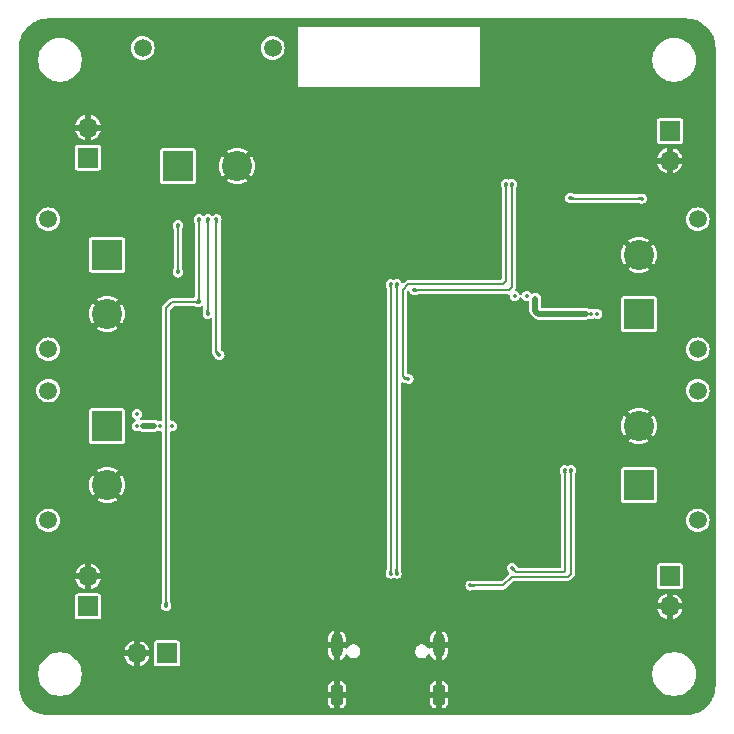
<source format=gbr>
%TF.GenerationSoftware,KiCad,Pcbnew,8.0.0*%
%TF.CreationDate,2024-09-30T11:26:13-07:00*%
%TF.ProjectId,BattleBot,42617474-6c65-4426-9f74-2e6b69636164,rev?*%
%TF.SameCoordinates,Original*%
%TF.FileFunction,Copper,L2,Bot*%
%TF.FilePolarity,Positive*%
%FSLAX46Y46*%
G04 Gerber Fmt 4.6, Leading zero omitted, Abs format (unit mm)*
G04 Created by KiCad (PCBNEW 8.0.0) date 2024-09-30 11:26:13*
%MOMM*%
%LPD*%
G01*
G04 APERTURE LIST*
G04 Aperture macros list*
%AMRoundRect*
0 Rectangle with rounded corners*
0 $1 Rounding radius*
0 $2 $3 $4 $5 $6 $7 $8 $9 X,Y pos of 4 corners*
0 Add a 4 corners polygon primitive as box body*
4,1,4,$2,$3,$4,$5,$6,$7,$8,$9,$2,$3,0*
0 Add four circle primitives for the rounded corners*
1,1,$1+$1,$2,$3*
1,1,$1+$1,$4,$5*
1,1,$1+$1,$6,$7*
1,1,$1+$1,$8,$9*
0 Add four rect primitives between the rounded corners*
20,1,$1+$1,$2,$3,$4,$5,0*
20,1,$1+$1,$4,$5,$6,$7,0*
20,1,$1+$1,$6,$7,$8,$9,0*
20,1,$1+$1,$8,$9,$2,$3,0*%
G04 Aperture macros list end*
%TA.AperFunction,ComponentPad*%
%ADD10R,1.700000X1.700000*%
%TD*%
%TA.AperFunction,ComponentPad*%
%ADD11O,1.700000X1.700000*%
%TD*%
%TA.AperFunction,ComponentPad*%
%ADD12C,2.550000*%
%TD*%
%TA.AperFunction,ComponentPad*%
%ADD13R,2.550000X2.550000*%
%TD*%
%TA.AperFunction,ComponentPad*%
%ADD14C,1.508000*%
%TD*%
%TA.AperFunction,ComponentPad*%
%ADD15O,1.000000X2.100000*%
%TD*%
%TA.AperFunction,ComponentPad*%
%ADD16RoundRect,0.250000X-0.250000X-0.650000X0.250000X-0.650000X0.250000X0.650000X-0.250000X0.650000X0*%
%TD*%
%TA.AperFunction,ViaPad*%
%ADD17C,0.350000*%
%TD*%
%TA.AperFunction,Conductor*%
%ADD18C,0.200000*%
%TD*%
%TA.AperFunction,Conductor*%
%ADD19C,0.500000*%
%TD*%
G04 APERTURE END LIST*
D10*
%TO.P,J7,1,Pin_1*%
%TO.N,/Main Drive /3_mot*%
X242625000Y-106725000D03*
D11*
%TO.P,J7,2,Pin_2*%
%TO.N,GND*%
X242625000Y-109265000D03*
%TD*%
D12*
%TO.P,J5,N,N*%
%TO.N,GND*%
X240000000Y-79500000D03*
D13*
%TO.P,J5,P,P*%
%TO.N,+BATT*%
X240000000Y-84500000D03*
D14*
%TO.P,J5,S1,S1*%
%TO.N,unconnected-(J5-PadS1)*%
X245000000Y-87500000D03*
%TO.P,J5,S2,S2*%
%TO.N,unconnected-(J5-PadS2)*%
X245000000Y-76500000D03*
%TD*%
D10*
%TO.P,J2,1,Pin_1*%
%TO.N,/Main Drive /4_mot*%
X242625000Y-69000000D03*
D11*
%TO.P,J2,2,Pin_2*%
%TO.N,GND*%
X242625000Y-71540000D03*
%TD*%
D10*
%TO.P,J8,1,Pin_1*%
%TO.N,/Main Drive /1_mot*%
X193375000Y-71275000D03*
D11*
%TO.P,J8,2,Pin_2*%
%TO.N,GND*%
X193375000Y-68735000D03*
%TD*%
D10*
%TO.P,J9,1,Pin_1*%
%TO.N,/Main Drive /2_mot*%
X193375000Y-109275000D03*
D11*
%TO.P,J9,2,Pin_2*%
%TO.N,GND*%
X193375000Y-106735000D03*
%TD*%
D12*
%TO.P,J3,N,N*%
%TO.N,GND*%
X206000000Y-72000000D03*
D13*
%TO.P,J3,P,P*%
%TO.N,Net-(SW2A-A)*%
X201000000Y-72000000D03*
D14*
%TO.P,J3,S1,S1*%
%TO.N,unconnected-(J3-PadS1)*%
X209000000Y-62000000D03*
%TO.P,J3,S2,S2*%
%TO.N,unconnected-(J3-PadS2)*%
X198000000Y-62000000D03*
%TD*%
D12*
%TO.P,J4,N,N*%
%TO.N,GND*%
X195000000Y-99000000D03*
D13*
%TO.P,J4,P,P*%
%TO.N,+BATT*%
X195000000Y-94000000D03*
D14*
%TO.P,J4,S1,S1*%
%TO.N,unconnected-(J4-PadS1)*%
X190000000Y-91000000D03*
%TO.P,J4,S2,S2*%
%TO.N,unconnected-(J4-PadS2)*%
X190000000Y-102000000D03*
%TD*%
D12*
%TO.P,J6,N,N*%
%TO.N,GND*%
X240000000Y-94000000D03*
D13*
%TO.P,J6,P,P*%
%TO.N,+BATT*%
X240000000Y-99000000D03*
D14*
%TO.P,J6,S1,S1*%
%TO.N,unconnected-(J6-PadS1)*%
X245000000Y-102000000D03*
%TO.P,J6,S2,S2*%
%TO.N,unconnected-(J6-PadS2)*%
X245000000Y-91000000D03*
%TD*%
D12*
%TO.P,J1,N,N*%
%TO.N,GND*%
X195000000Y-84500000D03*
D13*
%TO.P,J1,P,P*%
%TO.N,+BATT*%
X195000000Y-79500000D03*
D14*
%TO.P,J1,S1,S1*%
%TO.N,unconnected-(J1-PadS1)*%
X190000000Y-76500000D03*
%TO.P,J1,S2,S2*%
%TO.N,unconnected-(J1-PadS2)*%
X190000000Y-87500000D03*
%TD*%
D10*
%TO.P,J10,1,Pin_1*%
%TO.N,+3V3*%
X200040000Y-113250000D03*
D11*
%TO.P,J10,2,Pin_2*%
%TO.N,GND*%
X197500000Y-113250000D03*
%TD*%
D15*
%TO.P,J11,S1,SHELL_GND*%
%TO.N,GND*%
X214430000Y-112575000D03*
%TO.P,J11,S2,SHELL_GND*%
X223070000Y-112575000D03*
D16*
%TO.P,J11,S3,SHELL_GND*%
X214430000Y-116755000D03*
%TO.P,J11,S4,SHELL_GND*%
X223070000Y-116755000D03*
%TD*%
D17*
%TO.N,+3V3*%
X202750000Y-76500000D03*
X200000000Y-109250000D03*
X202750000Y-83500000D03*
%TO.N,GND*%
X235000000Y-112500000D03*
X206000000Y-81000000D03*
X216750000Y-100000000D03*
X222000000Y-98500000D03*
X236500000Y-111500000D03*
X236000000Y-112000000D03*
X201250000Y-87000000D03*
X201250000Y-86500000D03*
X204250000Y-104500000D03*
X220750000Y-86500000D03*
X202750000Y-86500000D03*
X221250000Y-85500000D03*
X237000000Y-111000000D03*
X217250000Y-100500000D03*
X202250000Y-86500000D03*
X217750000Y-100500000D03*
X237000000Y-110500000D03*
X224000000Y-105000000D03*
X195250000Y-65000000D03*
X205250000Y-106500000D03*
X220750000Y-86000000D03*
X216250000Y-100500000D03*
X204250000Y-106500000D03*
X194250000Y-65000000D03*
X206000000Y-80000000D03*
X194750000Y-66000000D03*
X222000000Y-98000000D03*
X217750000Y-99000000D03*
X221500000Y-99500000D03*
X236500000Y-111000000D03*
X204250000Y-105500000D03*
X222500000Y-98000000D03*
X205250000Y-105500000D03*
X223500000Y-105500000D03*
X221500000Y-98000000D03*
X206250000Y-106500000D03*
X237000000Y-112500000D03*
X195250000Y-65500000D03*
X223500000Y-105000000D03*
X236000000Y-111500000D03*
X235500000Y-112000000D03*
X217250000Y-100000000D03*
X222500000Y-98500000D03*
X205750000Y-106500000D03*
X204750000Y-106000000D03*
X206000000Y-80500000D03*
X204750000Y-105500000D03*
X221250000Y-86000000D03*
X204250000Y-106000000D03*
X235500000Y-112500000D03*
X220750000Y-85500000D03*
X237000000Y-111500000D03*
X217750000Y-99500000D03*
X223000000Y-106000000D03*
X207500000Y-80000000D03*
X223000000Y-105500000D03*
X204750000Y-105000000D03*
X194250000Y-66500000D03*
X201250000Y-87500000D03*
X206500000Y-81000000D03*
X223000000Y-105000000D03*
X207000000Y-80500000D03*
X201750000Y-87000000D03*
X224500000Y-104500000D03*
X194250000Y-65500000D03*
X207000000Y-80000000D03*
X221500000Y-98500000D03*
X221750000Y-85500000D03*
X201750000Y-87500000D03*
X194750000Y-65500000D03*
X236000000Y-112500000D03*
X202250000Y-87000000D03*
X236500000Y-112500000D03*
X221500000Y-99000000D03*
X195750000Y-65000000D03*
X206500000Y-80500000D03*
X216750000Y-100500000D03*
X237000000Y-112000000D03*
X217250000Y-99500000D03*
X223500000Y-104500000D03*
X223000000Y-98000000D03*
X204250000Y-105000000D03*
X224000000Y-104500000D03*
X204750000Y-106500000D03*
X205250000Y-106000000D03*
X217750000Y-100000000D03*
X206000000Y-81500000D03*
X194750000Y-65000000D03*
X206500000Y-80000000D03*
X222000000Y-99000000D03*
X194250000Y-66000000D03*
X201750000Y-86500000D03*
X236500000Y-112000000D03*
X223000000Y-104500000D03*
X205750000Y-106000000D03*
X201250000Y-88000000D03*
%TO.N,/Main Drive /INT1*%
X225750000Y-107500000D03*
X234250000Y-97750000D03*
%TO.N,/Main Drive /INT2*%
X229250000Y-106000000D03*
X233750000Y-97750000D03*
%TO.N,/Main Drive /EN*%
X220500000Y-90000000D03*
X228750000Y-73500000D03*
%TO.N,+BATT*%
X229500000Y-83000000D03*
X198000000Y-94000000D03*
X199500000Y-94000000D03*
X197500000Y-93000000D03*
X236000000Y-84500000D03*
X200500000Y-94000000D03*
X235500000Y-84500000D03*
X236500000Y-84500000D03*
X230500000Y-83000000D03*
X197500000Y-94000000D03*
X231250000Y-83250000D03*
X199000000Y-94000000D03*
%TO.N,/Main Drive /DN*%
X219000000Y-106500000D03*
X219000000Y-82000000D03*
%TO.N,/Main Drive /DP*%
X219500000Y-82000000D03*
X219500000Y-106500000D03*
%TO.N,/Main Drive /Boot*%
X203500000Y-84500000D03*
X203500000Y-76500000D03*
%TO.N,/Main Drive /4_mot*%
X240250000Y-74750000D03*
X234200000Y-74700000D03*
%TO.N,Net-(MCU1-IO7)*%
X204500000Y-88000000D03*
X204250000Y-76500000D03*
%TO.N,Net-(SW2A-A)*%
X201000000Y-77000000D03*
X221000000Y-82500000D03*
X201000000Y-81000000D03*
X229250000Y-73500000D03*
%TD*%
D18*
%TO.N,+3V3*%
X202750000Y-83500000D02*
X200500000Y-83500000D01*
X200000000Y-96500000D02*
X200000000Y-109250000D01*
X202750000Y-83500000D02*
X202750000Y-76500000D01*
X200500000Y-83500000D02*
X200000000Y-84000000D01*
X200000000Y-84000000D02*
X200000000Y-96500000D01*
%TO.N,/Main Drive /INT1*%
X225750000Y-107500000D02*
X228500000Y-107500000D01*
X234250000Y-106500000D02*
X234250000Y-97750000D01*
X234000000Y-106750000D02*
X234250000Y-106500000D01*
X228500000Y-107500000D02*
X229250000Y-106750000D01*
X229250000Y-106750000D02*
X234000000Y-106750000D01*
%TO.N,/Main Drive /INT2*%
X229250000Y-106000000D02*
X229600000Y-106350000D01*
X233750000Y-106250000D02*
X233750000Y-97750000D01*
X229600000Y-106350000D02*
X233650000Y-106350000D01*
X233650000Y-106350000D02*
X233750000Y-106250000D01*
%TO.N,/Main Drive /EN*%
X228500000Y-82000000D02*
X228750000Y-81750000D01*
X220500000Y-82000000D02*
X220000000Y-82500000D01*
X220000000Y-89750000D02*
X220250000Y-90000000D01*
X228750000Y-81750000D02*
X228750000Y-73500000D01*
X220500000Y-82000000D02*
X228500000Y-82000000D01*
X220000000Y-82500000D02*
X220000000Y-89750000D01*
X220250000Y-90000000D02*
X220500000Y-90000000D01*
D19*
%TO.N,+BATT*%
X231500000Y-84500000D02*
X235500000Y-84500000D01*
X231250000Y-84250000D02*
X231500000Y-84500000D01*
X231250000Y-83250000D02*
X231250000Y-84250000D01*
X199000000Y-94000000D02*
X198000000Y-94000000D01*
D18*
%TO.N,/Main Drive /DN*%
X219000000Y-83250000D02*
X219000000Y-84750000D01*
X219000000Y-82000000D02*
X219000000Y-82250000D01*
X219000000Y-82250000D02*
X219000000Y-83250000D01*
X219000000Y-84750000D02*
X219000000Y-105500000D01*
X219000000Y-105500000D02*
X219000000Y-106500000D01*
%TO.N,/Main Drive /DP*%
X219500000Y-84000000D02*
X219500000Y-106500000D01*
X219500000Y-82000000D02*
X219500000Y-84000000D01*
%TO.N,/Main Drive /Boot*%
X203500000Y-84500000D02*
X203500000Y-76500000D01*
%TO.N,/Main Drive /4_mot*%
X234250000Y-74750000D02*
X234200000Y-74700000D01*
X240250000Y-74750000D02*
X234250000Y-74750000D01*
%TO.N,Net-(MCU1-IO7)*%
X204250000Y-76500000D02*
X204250000Y-87750000D01*
X204250000Y-87750000D02*
X204500000Y-88000000D01*
%TO.N,Net-(SW2A-A)*%
X229250000Y-82250000D02*
X229000000Y-82500000D01*
X229250000Y-73500000D02*
X229250000Y-82250000D01*
X201000000Y-77000000D02*
X201000000Y-81000000D01*
X229000000Y-82500000D02*
X221000000Y-82500000D01*
%TD*%
%TA.AperFunction,Conductor*%
%TO.N,GND*%
G36*
X244003736Y-59500726D02*
G01*
X244293796Y-59518271D01*
X244308659Y-59520076D01*
X244590798Y-59571780D01*
X244605335Y-59575363D01*
X244879172Y-59660695D01*
X244893163Y-59666000D01*
X245154743Y-59783727D01*
X245167989Y-59790680D01*
X245413465Y-59939075D01*
X245425776Y-59947573D01*
X245651573Y-60124473D01*
X245662781Y-60134403D01*
X245865596Y-60337218D01*
X245875526Y-60348426D01*
X245995481Y-60501538D01*
X246052422Y-60574217D01*
X246060928Y-60586540D01*
X246209316Y-60832004D01*
X246216275Y-60845263D01*
X246333997Y-61106831D01*
X246339306Y-61120832D01*
X246424635Y-61394663D01*
X246428219Y-61409201D01*
X246479923Y-61691340D01*
X246481728Y-61706205D01*
X246499274Y-61996263D01*
X246499500Y-62003750D01*
X246499500Y-115996249D01*
X246499274Y-116003736D01*
X246481728Y-116293794D01*
X246479923Y-116308659D01*
X246428219Y-116590798D01*
X246424635Y-116605336D01*
X246339306Y-116879167D01*
X246333997Y-116893168D01*
X246216275Y-117154736D01*
X246209316Y-117167995D01*
X246060928Y-117413459D01*
X246052422Y-117425782D01*
X245875526Y-117651573D01*
X245865596Y-117662781D01*
X245662781Y-117865596D01*
X245651573Y-117875526D01*
X245425782Y-118052422D01*
X245413459Y-118060928D01*
X245167995Y-118209316D01*
X245154736Y-118216275D01*
X244893168Y-118333997D01*
X244879167Y-118339306D01*
X244605336Y-118424635D01*
X244590798Y-118428219D01*
X244308659Y-118479923D01*
X244293794Y-118481728D01*
X244003736Y-118499274D01*
X243996249Y-118499500D01*
X190003751Y-118499500D01*
X189996264Y-118499274D01*
X189706205Y-118481728D01*
X189691340Y-118479923D01*
X189409201Y-118428219D01*
X189394663Y-118424635D01*
X189120832Y-118339306D01*
X189106831Y-118333997D01*
X188845263Y-118216275D01*
X188832004Y-118209316D01*
X188586540Y-118060928D01*
X188574217Y-118052422D01*
X188348426Y-117875526D01*
X188337218Y-117865596D01*
X188134403Y-117662781D01*
X188124473Y-117651573D01*
X188120958Y-117647086D01*
X187968779Y-117452844D01*
X213680000Y-117452844D01*
X213686401Y-117512372D01*
X213686403Y-117512379D01*
X213736645Y-117647086D01*
X213736649Y-117647093D01*
X213822809Y-117762187D01*
X213822812Y-117762190D01*
X213937906Y-117848350D01*
X213937913Y-117848354D01*
X214072620Y-117898596D01*
X214072627Y-117898598D01*
X214132155Y-117904999D01*
X214132172Y-117905000D01*
X214180000Y-117905000D01*
X214180000Y-117321988D01*
X214189940Y-117339205D01*
X214245795Y-117395060D01*
X214314204Y-117434556D01*
X214390504Y-117455000D01*
X214469496Y-117455000D01*
X214545796Y-117434556D01*
X214614205Y-117395060D01*
X214670060Y-117339205D01*
X214680000Y-117321988D01*
X214680000Y-117905000D01*
X214727828Y-117905000D01*
X214727844Y-117904999D01*
X214787372Y-117898598D01*
X214787379Y-117898596D01*
X214922086Y-117848354D01*
X214922093Y-117848350D01*
X215037187Y-117762190D01*
X215037190Y-117762187D01*
X215123350Y-117647093D01*
X215123354Y-117647086D01*
X215173596Y-117512379D01*
X215173598Y-117512372D01*
X215179999Y-117452844D01*
X222320000Y-117452844D01*
X222326401Y-117512372D01*
X222326403Y-117512379D01*
X222376645Y-117647086D01*
X222376649Y-117647093D01*
X222462809Y-117762187D01*
X222462812Y-117762190D01*
X222577906Y-117848350D01*
X222577913Y-117848354D01*
X222712620Y-117898596D01*
X222712627Y-117898598D01*
X222772155Y-117904999D01*
X222772172Y-117905000D01*
X222820000Y-117905000D01*
X222820000Y-117321988D01*
X222829940Y-117339205D01*
X222885795Y-117395060D01*
X222954204Y-117434556D01*
X223030504Y-117455000D01*
X223109496Y-117455000D01*
X223185796Y-117434556D01*
X223254205Y-117395060D01*
X223310060Y-117339205D01*
X223320000Y-117321988D01*
X223320000Y-117905000D01*
X223367828Y-117905000D01*
X223367844Y-117904999D01*
X223427372Y-117898598D01*
X223427379Y-117898596D01*
X223562086Y-117848354D01*
X223562093Y-117848350D01*
X223677187Y-117762190D01*
X223677190Y-117762187D01*
X223763350Y-117647093D01*
X223763354Y-117647086D01*
X223813596Y-117512379D01*
X223813598Y-117512372D01*
X223819999Y-117452844D01*
X223820000Y-117452827D01*
X223820000Y-117005000D01*
X223370000Y-117005000D01*
X223370000Y-116505000D01*
X223820000Y-116505000D01*
X223820000Y-116057172D01*
X223819999Y-116057155D01*
X223813598Y-115997627D01*
X223813596Y-115997620D01*
X223763354Y-115862913D01*
X223763350Y-115862906D01*
X223677190Y-115747812D01*
X223677187Y-115747809D01*
X223562093Y-115661649D01*
X223562086Y-115661645D01*
X223427379Y-115611403D01*
X223427372Y-115611401D01*
X223367844Y-115605000D01*
X223320000Y-115605000D01*
X223320000Y-116188011D01*
X223310060Y-116170795D01*
X223254205Y-116114940D01*
X223185796Y-116075444D01*
X223109496Y-116055000D01*
X223030504Y-116055000D01*
X222954204Y-116075444D01*
X222885795Y-116114940D01*
X222829940Y-116170795D01*
X222820000Y-116188011D01*
X222820000Y-115605000D01*
X222772155Y-115605000D01*
X222712627Y-115611401D01*
X222712620Y-115611403D01*
X222577913Y-115661645D01*
X222577906Y-115661649D01*
X222462812Y-115747809D01*
X222462809Y-115747812D01*
X222376649Y-115862906D01*
X222376645Y-115862913D01*
X222326403Y-115997620D01*
X222326401Y-115997627D01*
X222320000Y-116057155D01*
X222320000Y-116505000D01*
X222770000Y-116505000D01*
X222770000Y-117005000D01*
X222320000Y-117005000D01*
X222320000Y-117452844D01*
X215179999Y-117452844D01*
X215180000Y-117452827D01*
X215180000Y-117005000D01*
X214730000Y-117005000D01*
X214730000Y-116505000D01*
X215180000Y-116505000D01*
X215180000Y-116057172D01*
X215179999Y-116057155D01*
X215173598Y-115997627D01*
X215173596Y-115997620D01*
X215123354Y-115862913D01*
X215123350Y-115862906D01*
X215037190Y-115747812D01*
X215037187Y-115747809D01*
X214922093Y-115661649D01*
X214922086Y-115661645D01*
X214787379Y-115611403D01*
X214787372Y-115611401D01*
X214727844Y-115605000D01*
X214680000Y-115605000D01*
X214680000Y-116188011D01*
X214670060Y-116170795D01*
X214614205Y-116114940D01*
X214545796Y-116075444D01*
X214469496Y-116055000D01*
X214390504Y-116055000D01*
X214314204Y-116075444D01*
X214245795Y-116114940D01*
X214189940Y-116170795D01*
X214180000Y-116188011D01*
X214180000Y-115605000D01*
X214132155Y-115605000D01*
X214072627Y-115611401D01*
X214072620Y-115611403D01*
X213937913Y-115661645D01*
X213937906Y-115661649D01*
X213822812Y-115747809D01*
X213822809Y-115747812D01*
X213736649Y-115862906D01*
X213736645Y-115862913D01*
X213686403Y-115997620D01*
X213686401Y-115997627D01*
X213680000Y-116057155D01*
X213680000Y-116505000D01*
X214130000Y-116505000D01*
X214130000Y-117005000D01*
X213680000Y-117005000D01*
X213680000Y-117452844D01*
X187968779Y-117452844D01*
X187947573Y-117425776D01*
X187939075Y-117413465D01*
X187790680Y-117167989D01*
X187783727Y-117154743D01*
X187666000Y-116893163D01*
X187660693Y-116879167D01*
X187575364Y-116605336D01*
X187571780Y-116590798D01*
X187520076Y-116308659D01*
X187518271Y-116293794D01*
X187507452Y-116114940D01*
X187500726Y-116003736D01*
X187500500Y-115996249D01*
X187500500Y-115121288D01*
X189149500Y-115121288D01*
X189181161Y-115361785D01*
X189243947Y-115596104D01*
X189306787Y-115747812D01*
X189336776Y-115820212D01*
X189458064Y-116030289D01*
X189458066Y-116030292D01*
X189458067Y-116030293D01*
X189605733Y-116222736D01*
X189605739Y-116222743D01*
X189777256Y-116394260D01*
X189777262Y-116394265D01*
X189969711Y-116541936D01*
X190179788Y-116663224D01*
X190403900Y-116756054D01*
X190638211Y-116818838D01*
X190818586Y-116842584D01*
X190878711Y-116850500D01*
X190878712Y-116850500D01*
X191121289Y-116850500D01*
X191169388Y-116844167D01*
X191361789Y-116818838D01*
X191596100Y-116756054D01*
X191820212Y-116663224D01*
X192030289Y-116541936D01*
X192222738Y-116394265D01*
X192394265Y-116222738D01*
X192541936Y-116030289D01*
X192663224Y-115820212D01*
X192756054Y-115596100D01*
X192818838Y-115361789D01*
X192850500Y-115121288D01*
X241149500Y-115121288D01*
X241181161Y-115361785D01*
X241243947Y-115596104D01*
X241306787Y-115747812D01*
X241336776Y-115820212D01*
X241458064Y-116030289D01*
X241458066Y-116030292D01*
X241458067Y-116030293D01*
X241605733Y-116222736D01*
X241605739Y-116222743D01*
X241777256Y-116394260D01*
X241777262Y-116394265D01*
X241969711Y-116541936D01*
X242179788Y-116663224D01*
X242403900Y-116756054D01*
X242638211Y-116818838D01*
X242818586Y-116842584D01*
X242878711Y-116850500D01*
X242878712Y-116850500D01*
X243121289Y-116850500D01*
X243169388Y-116844167D01*
X243361789Y-116818838D01*
X243596100Y-116756054D01*
X243820212Y-116663224D01*
X244030289Y-116541936D01*
X244222738Y-116394265D01*
X244394265Y-116222738D01*
X244541936Y-116030289D01*
X244663224Y-115820212D01*
X244756054Y-115596100D01*
X244818838Y-115361789D01*
X244850500Y-115121288D01*
X244850500Y-114878712D01*
X244818838Y-114638211D01*
X244756054Y-114403900D01*
X244663224Y-114179788D01*
X244541936Y-113969711D01*
X244435926Y-113831556D01*
X244394266Y-113777263D01*
X244394260Y-113777256D01*
X244222743Y-113605739D01*
X244222736Y-113605733D01*
X244030293Y-113458067D01*
X244030292Y-113458066D01*
X244030289Y-113458064D01*
X243820212Y-113336776D01*
X243780940Y-113320509D01*
X243596104Y-113243947D01*
X243361785Y-113181161D01*
X243121289Y-113149500D01*
X243121288Y-113149500D01*
X242878712Y-113149500D01*
X242878711Y-113149500D01*
X242638214Y-113181161D01*
X242403895Y-113243947D01*
X242179794Y-113336773D01*
X242179785Y-113336777D01*
X241969706Y-113458067D01*
X241777263Y-113605733D01*
X241777256Y-113605739D01*
X241605739Y-113777256D01*
X241605733Y-113777263D01*
X241458067Y-113969706D01*
X241336777Y-114179785D01*
X241336773Y-114179794D01*
X241243947Y-114403895D01*
X241181161Y-114638214D01*
X241149500Y-114878711D01*
X241149500Y-115121288D01*
X192850500Y-115121288D01*
X192850500Y-114878712D01*
X192818838Y-114638211D01*
X192756054Y-114403900D01*
X192663224Y-114179788D01*
X192541936Y-113969711D01*
X192435926Y-113831556D01*
X192394266Y-113777263D01*
X192394260Y-113777256D01*
X192222743Y-113605739D01*
X192222736Y-113605733D01*
X192030293Y-113458067D01*
X192030292Y-113458066D01*
X192030289Y-113458064D01*
X191820212Y-113336776D01*
X191780940Y-113320509D01*
X191596104Y-113243947D01*
X191361785Y-113181161D01*
X191121289Y-113149500D01*
X191121288Y-113149500D01*
X190878712Y-113149500D01*
X190878711Y-113149500D01*
X190638214Y-113181161D01*
X190403895Y-113243947D01*
X190179794Y-113336773D01*
X190179785Y-113336777D01*
X189969706Y-113458067D01*
X189777263Y-113605733D01*
X189777256Y-113605739D01*
X189605739Y-113777256D01*
X189605733Y-113777263D01*
X189458067Y-113969706D01*
X189336777Y-114179785D01*
X189336773Y-114179794D01*
X189243947Y-114403895D01*
X189181161Y-114638214D01*
X189149500Y-114878711D01*
X189149500Y-115121288D01*
X187500500Y-115121288D01*
X187500500Y-112999999D01*
X196427471Y-112999999D01*
X196427472Y-113000000D01*
X197066988Y-113000000D01*
X197034075Y-113057007D01*
X197000000Y-113184174D01*
X197000000Y-113315826D01*
X197034075Y-113442993D01*
X197066988Y-113500000D01*
X196427472Y-113500000D01*
X196469885Y-113649065D01*
X196469890Y-113649078D01*
X196560754Y-113831556D01*
X196683608Y-113994242D01*
X196834260Y-114131578D01*
X197007584Y-114238897D01*
X197197678Y-114312539D01*
X197250000Y-114322320D01*
X197250000Y-113683012D01*
X197307007Y-113715925D01*
X197434174Y-113750000D01*
X197565826Y-113750000D01*
X197692993Y-113715925D01*
X197750000Y-113683012D01*
X197750000Y-114322320D01*
X197802321Y-114312539D01*
X197992415Y-114238897D01*
X198165739Y-114131578D01*
X198173308Y-114124678D01*
X198939500Y-114124678D01*
X198954032Y-114197735D01*
X198954033Y-114197739D01*
X198954034Y-114197740D01*
X199009399Y-114280601D01*
X199071837Y-114322320D01*
X199092260Y-114335966D01*
X199092264Y-114335967D01*
X199165321Y-114350499D01*
X199165324Y-114350500D01*
X199165326Y-114350500D01*
X200914676Y-114350500D01*
X200914677Y-114350499D01*
X200987740Y-114335966D01*
X201070601Y-114280601D01*
X201125966Y-114197740D01*
X201140500Y-114124674D01*
X201140500Y-113198873D01*
X213680000Y-113198873D01*
X213708820Y-113343759D01*
X213708822Y-113343767D01*
X213765357Y-113480254D01*
X213765362Y-113480264D01*
X213847436Y-113603096D01*
X213847439Y-113603100D01*
X213951899Y-113707560D01*
X213951907Y-113707566D01*
X214074739Y-113789640D01*
X214074743Y-113789642D01*
X214179999Y-113833240D01*
X214180000Y-113833240D01*
X214180000Y-113291988D01*
X214189940Y-113309205D01*
X214245795Y-113365060D01*
X214314204Y-113404556D01*
X214390504Y-113425000D01*
X214469496Y-113425000D01*
X214545796Y-113404556D01*
X214614205Y-113365060D01*
X214670060Y-113309205D01*
X214680000Y-113291988D01*
X214680000Y-113833240D01*
X214785256Y-113789642D01*
X214785260Y-113789640D01*
X214908092Y-113707566D01*
X214908100Y-113707560D01*
X215012560Y-113603100D01*
X215012563Y-113603096D01*
X215094637Y-113480264D01*
X215094644Y-113480251D01*
X215138276Y-113374913D01*
X215182116Y-113320509D01*
X215248410Y-113298444D01*
X215316110Y-113315723D01*
X215360223Y-113360364D01*
X215399480Y-113428358D01*
X215399483Y-113428362D01*
X215399485Y-113428365D01*
X215506635Y-113535515D01*
X215637865Y-113611281D01*
X215784234Y-113650500D01*
X215784236Y-113650500D01*
X215935764Y-113650500D01*
X215935766Y-113650500D01*
X216082135Y-113611281D01*
X216213365Y-113535515D01*
X216320515Y-113428365D01*
X216396281Y-113297135D01*
X216435500Y-113150766D01*
X221064500Y-113150766D01*
X221073452Y-113184174D01*
X221103719Y-113297136D01*
X221114510Y-113315826D01*
X221179485Y-113428365D01*
X221286635Y-113535515D01*
X221417865Y-113611281D01*
X221564234Y-113650500D01*
X221564236Y-113650500D01*
X221715764Y-113650500D01*
X221715766Y-113650500D01*
X221862135Y-113611281D01*
X221993365Y-113535515D01*
X222100515Y-113428365D01*
X222139776Y-113360364D01*
X222190342Y-113312149D01*
X222258949Y-113298927D01*
X222323814Y-113324895D01*
X222361723Y-113374912D01*
X222405357Y-113480254D01*
X222405362Y-113480264D01*
X222487436Y-113603096D01*
X222487439Y-113603100D01*
X222591899Y-113707560D01*
X222591907Y-113707566D01*
X222714739Y-113789640D01*
X222714743Y-113789642D01*
X222819999Y-113833240D01*
X222820000Y-113833240D01*
X222820000Y-113291988D01*
X222829940Y-113309205D01*
X222885795Y-113365060D01*
X222954204Y-113404556D01*
X223030504Y-113425000D01*
X223109496Y-113425000D01*
X223185796Y-113404556D01*
X223254205Y-113365060D01*
X223310060Y-113309205D01*
X223320000Y-113291988D01*
X223320000Y-113833240D01*
X223425256Y-113789642D01*
X223425260Y-113789640D01*
X223548092Y-113707566D01*
X223548100Y-113707560D01*
X223652560Y-113603100D01*
X223652563Y-113603096D01*
X223734637Y-113480264D01*
X223734642Y-113480254D01*
X223791177Y-113343767D01*
X223791179Y-113343759D01*
X223819999Y-113198873D01*
X223820000Y-113198871D01*
X223820000Y-112825000D01*
X223370000Y-112825000D01*
X223370000Y-112325000D01*
X223820000Y-112325000D01*
X223820000Y-111951128D01*
X223819999Y-111951126D01*
X223791179Y-111806240D01*
X223791177Y-111806232D01*
X223734642Y-111669745D01*
X223734637Y-111669735D01*
X223652563Y-111546903D01*
X223652560Y-111546899D01*
X223548100Y-111442439D01*
X223548096Y-111442436D01*
X223425264Y-111360362D01*
X223425254Y-111360357D01*
X223320000Y-111316759D01*
X223320000Y-111858011D01*
X223310060Y-111840795D01*
X223254205Y-111784940D01*
X223185796Y-111745444D01*
X223109496Y-111725000D01*
X223030504Y-111725000D01*
X222954204Y-111745444D01*
X222885795Y-111784940D01*
X222829940Y-111840795D01*
X222820000Y-111858011D01*
X222820000Y-111316759D01*
X222819999Y-111316759D01*
X222714745Y-111360357D01*
X222714735Y-111360362D01*
X222591903Y-111442436D01*
X222591899Y-111442439D01*
X222487439Y-111546899D01*
X222487436Y-111546903D01*
X222405362Y-111669735D01*
X222405357Y-111669745D01*
X222348822Y-111806232D01*
X222348820Y-111806240D01*
X222320000Y-111951126D01*
X222320000Y-112325000D01*
X222770000Y-112325000D01*
X222770000Y-112825000D01*
X222309230Y-112825000D01*
X222271629Y-112845531D01*
X222201937Y-112840545D01*
X222146004Y-112798672D01*
X222137886Y-112786364D01*
X222100515Y-112721635D01*
X221993365Y-112614485D01*
X221927750Y-112576602D01*
X221862136Y-112538719D01*
X221788950Y-112519109D01*
X221715766Y-112499500D01*
X221564234Y-112499500D01*
X221417863Y-112538719D01*
X221286635Y-112614485D01*
X221286632Y-112614487D01*
X221179487Y-112721632D01*
X221179485Y-112721635D01*
X221103719Y-112852863D01*
X221064500Y-112999234D01*
X221064500Y-113150766D01*
X216435500Y-113150766D01*
X216435500Y-112999234D01*
X216396281Y-112852865D01*
X216320515Y-112721635D01*
X216213365Y-112614485D01*
X216147750Y-112576602D01*
X216082136Y-112538719D01*
X216008950Y-112519109D01*
X215935766Y-112499500D01*
X215784234Y-112499500D01*
X215637863Y-112538719D01*
X215506635Y-112614485D01*
X215506632Y-112614487D01*
X215399487Y-112721632D01*
X215399485Y-112721635D01*
X215362113Y-112786365D01*
X215311545Y-112834580D01*
X215242938Y-112847802D01*
X215185982Y-112825000D01*
X214730000Y-112825000D01*
X214730000Y-112325000D01*
X215180000Y-112325000D01*
X215180000Y-111951128D01*
X215179999Y-111951126D01*
X215151179Y-111806240D01*
X215151177Y-111806232D01*
X215094642Y-111669745D01*
X215094637Y-111669735D01*
X215012563Y-111546903D01*
X215012560Y-111546899D01*
X214908100Y-111442439D01*
X214908096Y-111442436D01*
X214785264Y-111360362D01*
X214785254Y-111360357D01*
X214680000Y-111316759D01*
X214680000Y-111858011D01*
X214670060Y-111840795D01*
X214614205Y-111784940D01*
X214545796Y-111745444D01*
X214469496Y-111725000D01*
X214390504Y-111725000D01*
X214314204Y-111745444D01*
X214245795Y-111784940D01*
X214189940Y-111840795D01*
X214180000Y-111858011D01*
X214180000Y-111316759D01*
X214179999Y-111316759D01*
X214074745Y-111360357D01*
X214074735Y-111360362D01*
X213951903Y-111442436D01*
X213951899Y-111442439D01*
X213847439Y-111546899D01*
X213847436Y-111546903D01*
X213765362Y-111669735D01*
X213765357Y-111669745D01*
X213708822Y-111806232D01*
X213708820Y-111806240D01*
X213680000Y-111951126D01*
X213680000Y-112325000D01*
X214130000Y-112325000D01*
X214130000Y-112825000D01*
X213680000Y-112825000D01*
X213680000Y-113198873D01*
X201140500Y-113198873D01*
X201140500Y-112375326D01*
X201140500Y-112375323D01*
X201140499Y-112375321D01*
X201125967Y-112302264D01*
X201125966Y-112302260D01*
X201070601Y-112219399D01*
X200987740Y-112164034D01*
X200987739Y-112164033D01*
X200987735Y-112164032D01*
X200914677Y-112149500D01*
X200914674Y-112149500D01*
X199165326Y-112149500D01*
X199165323Y-112149500D01*
X199092264Y-112164032D01*
X199092260Y-112164033D01*
X199009399Y-112219399D01*
X198954033Y-112302260D01*
X198954032Y-112302264D01*
X198939500Y-112375321D01*
X198939500Y-114124678D01*
X198173308Y-114124678D01*
X198316391Y-113994242D01*
X198439245Y-113831556D01*
X198530109Y-113649078D01*
X198530114Y-113649065D01*
X198572528Y-113500000D01*
X197933012Y-113500000D01*
X197965925Y-113442993D01*
X198000000Y-113315826D01*
X198000000Y-113184174D01*
X197965925Y-113057007D01*
X197933012Y-113000000D01*
X198572528Y-113000000D01*
X198572528Y-112999999D01*
X198530114Y-112850934D01*
X198530109Y-112850921D01*
X198439245Y-112668443D01*
X198316391Y-112505757D01*
X198165739Y-112368421D01*
X197992413Y-112261101D01*
X197802315Y-112187458D01*
X197802309Y-112187456D01*
X197750001Y-112177677D01*
X197750000Y-112177679D01*
X197750000Y-112816988D01*
X197692993Y-112784075D01*
X197565826Y-112750000D01*
X197434174Y-112750000D01*
X197307007Y-112784075D01*
X197250000Y-112816988D01*
X197250000Y-112177679D01*
X197249998Y-112177677D01*
X197197690Y-112187456D01*
X197197684Y-112187458D01*
X197007586Y-112261101D01*
X196834260Y-112368421D01*
X196683608Y-112505757D01*
X196560754Y-112668443D01*
X196469890Y-112850921D01*
X196469885Y-112850934D01*
X196427471Y-112999999D01*
X187500500Y-112999999D01*
X187500500Y-110149678D01*
X192274500Y-110149678D01*
X192289032Y-110222735D01*
X192289033Y-110222739D01*
X192289034Y-110222740D01*
X192344399Y-110305601D01*
X192391871Y-110337320D01*
X192427260Y-110360966D01*
X192427264Y-110360967D01*
X192500321Y-110375499D01*
X192500324Y-110375500D01*
X192500326Y-110375500D01*
X194249676Y-110375500D01*
X194249677Y-110375499D01*
X194322740Y-110360966D01*
X194405601Y-110305601D01*
X194460966Y-110222740D01*
X194475500Y-110149674D01*
X194475500Y-108400326D01*
X194475500Y-108400323D01*
X194475499Y-108400321D01*
X194460967Y-108327264D01*
X194460966Y-108327260D01*
X194426783Y-108276101D01*
X194405601Y-108244399D01*
X194342828Y-108202456D01*
X194322739Y-108189033D01*
X194322735Y-108189032D01*
X194249677Y-108174500D01*
X194249674Y-108174500D01*
X192500326Y-108174500D01*
X192500323Y-108174500D01*
X192427264Y-108189032D01*
X192427260Y-108189033D01*
X192344399Y-108244399D01*
X192289033Y-108327260D01*
X192289032Y-108327264D01*
X192274500Y-108400321D01*
X192274500Y-110149678D01*
X187500500Y-110149678D01*
X187500500Y-106484999D01*
X192302471Y-106484999D01*
X192302472Y-106485000D01*
X192941988Y-106485000D01*
X192909075Y-106542007D01*
X192875000Y-106669174D01*
X192875000Y-106800826D01*
X192909075Y-106927993D01*
X192941988Y-106985000D01*
X192302472Y-106985000D01*
X192344885Y-107134065D01*
X192344890Y-107134078D01*
X192435754Y-107316556D01*
X192558608Y-107479242D01*
X192709260Y-107616578D01*
X192882584Y-107723897D01*
X193072678Y-107797539D01*
X193125000Y-107807320D01*
X193125000Y-107168012D01*
X193182007Y-107200925D01*
X193309174Y-107235000D01*
X193440826Y-107235000D01*
X193567993Y-107200925D01*
X193625000Y-107168012D01*
X193625000Y-107807320D01*
X193677321Y-107797539D01*
X193867415Y-107723897D01*
X194040739Y-107616578D01*
X194191391Y-107479242D01*
X194314245Y-107316556D01*
X194405109Y-107134078D01*
X194405114Y-107134065D01*
X194447528Y-106985000D01*
X193808012Y-106985000D01*
X193840925Y-106927993D01*
X193875000Y-106800826D01*
X193875000Y-106669174D01*
X193840925Y-106542007D01*
X193808012Y-106485000D01*
X194447528Y-106485000D01*
X194447528Y-106484999D01*
X194405114Y-106335934D01*
X194405109Y-106335921D01*
X194314245Y-106153443D01*
X194191391Y-105990757D01*
X194040739Y-105853421D01*
X193867413Y-105746101D01*
X193677315Y-105672458D01*
X193677309Y-105672456D01*
X193625001Y-105662677D01*
X193625000Y-105662679D01*
X193625000Y-106301988D01*
X193567993Y-106269075D01*
X193440826Y-106235000D01*
X193309174Y-106235000D01*
X193182007Y-106269075D01*
X193125000Y-106301988D01*
X193125000Y-105662679D01*
X193124998Y-105662677D01*
X193072690Y-105672456D01*
X193072684Y-105672458D01*
X192882586Y-105746101D01*
X192709260Y-105853421D01*
X192558608Y-105990757D01*
X192435754Y-106153443D01*
X192344890Y-106335921D01*
X192344885Y-106335934D01*
X192302471Y-106484999D01*
X187500500Y-106484999D01*
X187500500Y-102000000D01*
X188990640Y-102000000D01*
X189010034Y-102196914D01*
X189067474Y-102386269D01*
X189160744Y-102560764D01*
X189160748Y-102560771D01*
X189286274Y-102713725D01*
X189439228Y-102839251D01*
X189439235Y-102839255D01*
X189613730Y-102932525D01*
X189613732Y-102932525D01*
X189613735Y-102932527D01*
X189803084Y-102989965D01*
X189803083Y-102989965D01*
X189820739Y-102991703D01*
X190000000Y-103009360D01*
X190196916Y-102989965D01*
X190386265Y-102932527D01*
X190560770Y-102839252D01*
X190713725Y-102713725D01*
X190839252Y-102560770D01*
X190932527Y-102386265D01*
X190989965Y-102196916D01*
X191009360Y-102000000D01*
X190989965Y-101803084D01*
X190932527Y-101613735D01*
X190932525Y-101613732D01*
X190932525Y-101613730D01*
X190839255Y-101439235D01*
X190839251Y-101439228D01*
X190713725Y-101286274D01*
X190560771Y-101160748D01*
X190560764Y-101160744D01*
X190386269Y-101067474D01*
X190291590Y-101038754D01*
X190196916Y-101010035D01*
X190196914Y-101010034D01*
X190196916Y-101010034D01*
X190000000Y-100990640D01*
X189803085Y-101010034D01*
X189613730Y-101067474D01*
X189439235Y-101160744D01*
X189439228Y-101160748D01*
X189286274Y-101286274D01*
X189160748Y-101439228D01*
X189160744Y-101439235D01*
X189067474Y-101613730D01*
X189010034Y-101803085D01*
X188990640Y-102000000D01*
X187500500Y-102000000D01*
X187500500Y-99000000D01*
X193470284Y-99000000D01*
X193489116Y-99239295D01*
X193545155Y-99472711D01*
X193545158Y-99472719D01*
X193637010Y-99694473D01*
X193637012Y-99694476D01*
X193756684Y-99889762D01*
X194245884Y-99400561D01*
X194246740Y-99402626D01*
X194339762Y-99541844D01*
X194458156Y-99660238D01*
X194597374Y-99753260D01*
X194599437Y-99754114D01*
X194110236Y-100243314D01*
X194305523Y-100362987D01*
X194305526Y-100362989D01*
X194527280Y-100454841D01*
X194527288Y-100454844D01*
X194760704Y-100510883D01*
X195000000Y-100529715D01*
X195239295Y-100510883D01*
X195472711Y-100454844D01*
X195472719Y-100454841D01*
X195694473Y-100362989D01*
X195694476Y-100362987D01*
X195889762Y-100243315D01*
X195889762Y-100243314D01*
X195400562Y-99754114D01*
X195402626Y-99753260D01*
X195541844Y-99660238D01*
X195660238Y-99541844D01*
X195753260Y-99402626D01*
X195754114Y-99400562D01*
X196243314Y-99889762D01*
X196243315Y-99889762D01*
X196362987Y-99694476D01*
X196362989Y-99694473D01*
X196454841Y-99472719D01*
X196454844Y-99472711D01*
X196510883Y-99239295D01*
X196529715Y-99000000D01*
X196510883Y-98760704D01*
X196454844Y-98527288D01*
X196454841Y-98527280D01*
X196362989Y-98305526D01*
X196362987Y-98305523D01*
X196243314Y-98110236D01*
X195754114Y-98599436D01*
X195753260Y-98597374D01*
X195660238Y-98458156D01*
X195541844Y-98339762D01*
X195402626Y-98246740D01*
X195400562Y-98245885D01*
X195889762Y-97756684D01*
X195694476Y-97637012D01*
X195694473Y-97637010D01*
X195472719Y-97545158D01*
X195472711Y-97545155D01*
X195239295Y-97489116D01*
X195000000Y-97470284D01*
X194760704Y-97489116D01*
X194527288Y-97545155D01*
X194527280Y-97545158D01*
X194305526Y-97637010D01*
X194305523Y-97637012D01*
X194110236Y-97756684D01*
X194599437Y-98245885D01*
X194597374Y-98246740D01*
X194458156Y-98339762D01*
X194339762Y-98458156D01*
X194246740Y-98597374D01*
X194245885Y-98599437D01*
X193756684Y-98110236D01*
X193637012Y-98305523D01*
X193637010Y-98305526D01*
X193545158Y-98527280D01*
X193545155Y-98527288D01*
X193489116Y-98760704D01*
X193470284Y-99000000D01*
X187500500Y-99000000D01*
X187500500Y-95299678D01*
X193474500Y-95299678D01*
X193489032Y-95372735D01*
X193489033Y-95372739D01*
X193489034Y-95372740D01*
X193544399Y-95455601D01*
X193627136Y-95510883D01*
X193627260Y-95510966D01*
X193627264Y-95510967D01*
X193700321Y-95525499D01*
X193700324Y-95525500D01*
X193700326Y-95525500D01*
X196299676Y-95525500D01*
X196299677Y-95525499D01*
X196372740Y-95510966D01*
X196455601Y-95455601D01*
X196510966Y-95372740D01*
X196525500Y-95299674D01*
X196525500Y-94000002D01*
X197069196Y-94000002D01*
X197090279Y-94133121D01*
X197090280Y-94133124D01*
X197090281Y-94133126D01*
X197144377Y-94239295D01*
X197151473Y-94253221D01*
X197151476Y-94253225D01*
X197246774Y-94348523D01*
X197246778Y-94348526D01*
X197246780Y-94348528D01*
X197366874Y-94409719D01*
X197366876Y-94409719D01*
X197366878Y-94409720D01*
X197499998Y-94430804D01*
X197500000Y-94430804D01*
X197500002Y-94430804D01*
X197642765Y-94408193D01*
X197643157Y-94410672D01*
X197698777Y-94409077D01*
X197729263Y-94421618D01*
X197806814Y-94466392D01*
X197934108Y-94500500D01*
X197934110Y-94500500D01*
X199065890Y-94500500D01*
X199065892Y-94500500D01*
X199193186Y-94466392D01*
X199270734Y-94421619D01*
X199338632Y-94405147D01*
X199357180Y-94408540D01*
X199357235Y-94408193D01*
X199499998Y-94430804D01*
X199499999Y-94430804D01*
X199499999Y-94430803D01*
X199500000Y-94430804D01*
X199506097Y-94429838D01*
X199575389Y-94438789D01*
X199628844Y-94483782D01*
X199649487Y-94550533D01*
X199649500Y-94552310D01*
X199649500Y-108836180D01*
X199646656Y-108862583D01*
X199594511Y-109101863D01*
X199591290Y-109113765D01*
X199590281Y-109116870D01*
X199569196Y-109249997D01*
X199569196Y-109250002D01*
X199590279Y-109383121D01*
X199590280Y-109383124D01*
X199590281Y-109383126D01*
X199628428Y-109457993D01*
X199651473Y-109503221D01*
X199651476Y-109503225D01*
X199746774Y-109598523D01*
X199746778Y-109598526D01*
X199746780Y-109598528D01*
X199866874Y-109659719D01*
X199866876Y-109659719D01*
X199866878Y-109659720D01*
X199999998Y-109680804D01*
X200000000Y-109680804D01*
X200000002Y-109680804D01*
X200133121Y-109659720D01*
X200133121Y-109659719D01*
X200133126Y-109659719D01*
X200253220Y-109598528D01*
X200348528Y-109503220D01*
X200409719Y-109383126D01*
X200409720Y-109383121D01*
X200430804Y-109250002D01*
X200430804Y-109249996D01*
X200409721Y-109116881D01*
X200408715Y-109113786D01*
X200405486Y-109101860D01*
X200398980Y-109072007D01*
X200386557Y-109014999D01*
X241552471Y-109014999D01*
X241552472Y-109015000D01*
X242191988Y-109015000D01*
X242159075Y-109072007D01*
X242125000Y-109199174D01*
X242125000Y-109330826D01*
X242159075Y-109457993D01*
X242191988Y-109515000D01*
X241552472Y-109515000D01*
X241594885Y-109664065D01*
X241594890Y-109664078D01*
X241685754Y-109846556D01*
X241808608Y-110009242D01*
X241959260Y-110146578D01*
X242132584Y-110253897D01*
X242322678Y-110327539D01*
X242375000Y-110337320D01*
X242375000Y-109698012D01*
X242432007Y-109730925D01*
X242559174Y-109765000D01*
X242690826Y-109765000D01*
X242817993Y-109730925D01*
X242875000Y-109698012D01*
X242875000Y-110337320D01*
X242927321Y-110327539D01*
X243117415Y-110253897D01*
X243290739Y-110146578D01*
X243441391Y-110009242D01*
X243564245Y-109846556D01*
X243655109Y-109664078D01*
X243655114Y-109664065D01*
X243697528Y-109515000D01*
X243058012Y-109515000D01*
X243090925Y-109457993D01*
X243125000Y-109330826D01*
X243125000Y-109199174D01*
X243090925Y-109072007D01*
X243058012Y-109015000D01*
X243697528Y-109015000D01*
X243697528Y-109014999D01*
X243655114Y-108865934D01*
X243655109Y-108865921D01*
X243564245Y-108683443D01*
X243441391Y-108520757D01*
X243290739Y-108383421D01*
X243117413Y-108276101D01*
X242927315Y-108202458D01*
X242927309Y-108202456D01*
X242875001Y-108192677D01*
X242875000Y-108192679D01*
X242875000Y-108831988D01*
X242817993Y-108799075D01*
X242690826Y-108765000D01*
X242559174Y-108765000D01*
X242432007Y-108799075D01*
X242375000Y-108831988D01*
X242375000Y-108192679D01*
X242374998Y-108192677D01*
X242322690Y-108202456D01*
X242322684Y-108202458D01*
X242132586Y-108276101D01*
X241959260Y-108383421D01*
X241808608Y-108520757D01*
X241685754Y-108683443D01*
X241594890Y-108865921D01*
X241594885Y-108865934D01*
X241552471Y-109014999D01*
X200386557Y-109014999D01*
X200382457Y-108996187D01*
X200353343Y-108862584D01*
X200350500Y-108836182D01*
X200350500Y-107500002D01*
X225319196Y-107500002D01*
X225340279Y-107633121D01*
X225340280Y-107633124D01*
X225340281Y-107633126D01*
X225401472Y-107753220D01*
X225401473Y-107753221D01*
X225401476Y-107753225D01*
X225496774Y-107848523D01*
X225496778Y-107848526D01*
X225496780Y-107848528D01*
X225616874Y-107909719D01*
X225616876Y-107909719D01*
X225616878Y-107909720D01*
X225749998Y-107930804D01*
X225750000Y-107930804D01*
X225750002Y-107930804D01*
X225883120Y-107909720D01*
X225883120Y-107909719D01*
X225883126Y-107909719D01*
X225883131Y-107909716D01*
X225886219Y-107908713D01*
X225898125Y-107905489D01*
X226137411Y-107853342D01*
X226163813Y-107850500D01*
X228546142Y-107850500D01*
X228546144Y-107850500D01*
X228635288Y-107826614D01*
X228715212Y-107780470D01*
X228896004Y-107599678D01*
X241524500Y-107599678D01*
X241539032Y-107672735D01*
X241539033Y-107672739D01*
X241539034Y-107672740D01*
X241594399Y-107755601D01*
X241657165Y-107797539D01*
X241677260Y-107810966D01*
X241677264Y-107810967D01*
X241750321Y-107825499D01*
X241750324Y-107825500D01*
X241750326Y-107825500D01*
X243499676Y-107825500D01*
X243499677Y-107825499D01*
X243572740Y-107810966D01*
X243655601Y-107755601D01*
X243710966Y-107672740D01*
X243725500Y-107599674D01*
X243725500Y-105850326D01*
X243725500Y-105850323D01*
X243725499Y-105850321D01*
X243710967Y-105777264D01*
X243710966Y-105777260D01*
X243690600Y-105746780D01*
X243655601Y-105694399D01*
X243572740Y-105639034D01*
X243572739Y-105639033D01*
X243572735Y-105639032D01*
X243499677Y-105624500D01*
X243499674Y-105624500D01*
X241750326Y-105624500D01*
X241750323Y-105624500D01*
X241677264Y-105639032D01*
X241677260Y-105639033D01*
X241594399Y-105694399D01*
X241539033Y-105777260D01*
X241539032Y-105777264D01*
X241524500Y-105850321D01*
X241524500Y-107599678D01*
X228896004Y-107599678D01*
X229358863Y-107136819D01*
X229420186Y-107103334D01*
X229446544Y-107100500D01*
X234046142Y-107100500D01*
X234046144Y-107100500D01*
X234135288Y-107076614D01*
X234148136Y-107069196D01*
X234215212Y-107030470D01*
X234530469Y-106715212D01*
X234576614Y-106635288D01*
X234578203Y-106629355D01*
X234578211Y-106629342D01*
X234578207Y-106629341D01*
X234600500Y-106546144D01*
X234600500Y-102000000D01*
X243990640Y-102000000D01*
X244010034Y-102196914D01*
X244067474Y-102386269D01*
X244160744Y-102560764D01*
X244160748Y-102560771D01*
X244286274Y-102713725D01*
X244439228Y-102839251D01*
X244439235Y-102839255D01*
X244613730Y-102932525D01*
X244613732Y-102932525D01*
X244613735Y-102932527D01*
X244803084Y-102989965D01*
X244803083Y-102989965D01*
X244820739Y-102991703D01*
X245000000Y-103009360D01*
X245196916Y-102989965D01*
X245386265Y-102932527D01*
X245560770Y-102839252D01*
X245713725Y-102713725D01*
X245839252Y-102560770D01*
X245932527Y-102386265D01*
X245989965Y-102196916D01*
X246009360Y-102000000D01*
X245989965Y-101803084D01*
X245932527Y-101613735D01*
X245932525Y-101613732D01*
X245932525Y-101613730D01*
X245839255Y-101439235D01*
X245839251Y-101439228D01*
X245713725Y-101286274D01*
X245560771Y-101160748D01*
X245560764Y-101160744D01*
X245386269Y-101067474D01*
X245291590Y-101038754D01*
X245196916Y-101010035D01*
X245196914Y-101010034D01*
X245196916Y-101010034D01*
X245000000Y-100990640D01*
X244803085Y-101010034D01*
X244613730Y-101067474D01*
X244439235Y-101160744D01*
X244439228Y-101160748D01*
X244286274Y-101286274D01*
X244160748Y-101439228D01*
X244160744Y-101439235D01*
X244067474Y-101613730D01*
X244010034Y-101803085D01*
X243990640Y-102000000D01*
X234600500Y-102000000D01*
X234600500Y-100299678D01*
X238474500Y-100299678D01*
X238489032Y-100372735D01*
X238489033Y-100372739D01*
X238489034Y-100372740D01*
X238544399Y-100455601D01*
X238627136Y-100510883D01*
X238627260Y-100510966D01*
X238627264Y-100510967D01*
X238700321Y-100525499D01*
X238700324Y-100525500D01*
X238700326Y-100525500D01*
X241299676Y-100525500D01*
X241299677Y-100525499D01*
X241372740Y-100510966D01*
X241455601Y-100455601D01*
X241510966Y-100372740D01*
X241525500Y-100299674D01*
X241525500Y-97700326D01*
X241525500Y-97700323D01*
X241525499Y-97700321D01*
X241510967Y-97627264D01*
X241510966Y-97627260D01*
X241504026Y-97616874D01*
X241455601Y-97544399D01*
X241372740Y-97489034D01*
X241372739Y-97489033D01*
X241372735Y-97489032D01*
X241299677Y-97474500D01*
X241299674Y-97474500D01*
X238700326Y-97474500D01*
X238700323Y-97474500D01*
X238627264Y-97489032D01*
X238627260Y-97489033D01*
X238544399Y-97544399D01*
X238489033Y-97627260D01*
X238489032Y-97627264D01*
X238474500Y-97700321D01*
X238474500Y-100299678D01*
X234600500Y-100299678D01*
X234600500Y-98163816D01*
X234603343Y-98137413D01*
X234655489Y-97898126D01*
X234658716Y-97886210D01*
X234659715Y-97883132D01*
X234659719Y-97883126D01*
X234659721Y-97883116D01*
X234680804Y-97750003D01*
X234680804Y-97749997D01*
X234659720Y-97616878D01*
X234659719Y-97616876D01*
X234659719Y-97616874D01*
X234598528Y-97496780D01*
X234598526Y-97496778D01*
X234598523Y-97496774D01*
X234503225Y-97401476D01*
X234503221Y-97401473D01*
X234503220Y-97401472D01*
X234383126Y-97340281D01*
X234383124Y-97340280D01*
X234383121Y-97340279D01*
X234250002Y-97319196D01*
X234249998Y-97319196D01*
X234116877Y-97340279D01*
X234056293Y-97371148D01*
X233987624Y-97384043D01*
X233943707Y-97371148D01*
X233883122Y-97340279D01*
X233750002Y-97319196D01*
X233749998Y-97319196D01*
X233616878Y-97340279D01*
X233496778Y-97401473D01*
X233496774Y-97401476D01*
X233401476Y-97496774D01*
X233401473Y-97496778D01*
X233340279Y-97616878D01*
X233319196Y-97749997D01*
X233319196Y-97750002D01*
X233340281Y-97883128D01*
X233341289Y-97886231D01*
X233344511Y-97898136D01*
X233396656Y-98137413D01*
X233399500Y-98163816D01*
X233399500Y-105875500D01*
X233379815Y-105942539D01*
X233327011Y-105988294D01*
X233275500Y-105999500D01*
X229825741Y-105999500D01*
X229758702Y-105979815D01*
X229721401Y-105942501D01*
X229631927Y-105803164D01*
X229631926Y-105803163D01*
X229631925Y-105803161D01*
X229631112Y-105802237D01*
X229630073Y-105800705D01*
X229629116Y-105799436D01*
X229629179Y-105799388D01*
X229613749Y-105776654D01*
X229598528Y-105746780D01*
X229598524Y-105746776D01*
X229598523Y-105746774D01*
X229503225Y-105651476D01*
X229503221Y-105651473D01*
X229503220Y-105651472D01*
X229383126Y-105590281D01*
X229383124Y-105590280D01*
X229383121Y-105590279D01*
X229250002Y-105569196D01*
X229249998Y-105569196D01*
X229116878Y-105590279D01*
X228996778Y-105651473D01*
X228996774Y-105651476D01*
X228901476Y-105746774D01*
X228901473Y-105746778D01*
X228840279Y-105866878D01*
X228819196Y-105999997D01*
X228819196Y-106000002D01*
X228840279Y-106133121D01*
X228840280Y-106133124D01*
X228840281Y-106133126D01*
X228901472Y-106253220D01*
X228901473Y-106253221D01*
X228901476Y-106253225D01*
X228988603Y-106340352D01*
X229022088Y-106401675D01*
X229017104Y-106471367D01*
X228988603Y-106515714D01*
X228391137Y-107113181D01*
X228329814Y-107146666D01*
X228303456Y-107149500D01*
X226163818Y-107149500D01*
X226137415Y-107146656D01*
X225898136Y-107094511D01*
X225886231Y-107091289D01*
X225883128Y-107090281D01*
X225750002Y-107069196D01*
X225749998Y-107069196D01*
X225616878Y-107090279D01*
X225496778Y-107151473D01*
X225496774Y-107151476D01*
X225401476Y-107246774D01*
X225401473Y-107246778D01*
X225340279Y-107366878D01*
X225319196Y-107499997D01*
X225319196Y-107500002D01*
X200350500Y-107500002D01*
X200350500Y-106500002D01*
X218569196Y-106500002D01*
X218590279Y-106633121D01*
X218590280Y-106633124D01*
X218590281Y-106633126D01*
X218632106Y-106715212D01*
X218651473Y-106753221D01*
X218651476Y-106753225D01*
X218746774Y-106848523D01*
X218746778Y-106848526D01*
X218746780Y-106848528D01*
X218866874Y-106909719D01*
X218866876Y-106909719D01*
X218866878Y-106909720D01*
X218999998Y-106930804D01*
X219000000Y-106930804D01*
X219000002Y-106930804D01*
X219133123Y-106909720D01*
X219133124Y-106909719D01*
X219133126Y-106909719D01*
X219193705Y-106878851D01*
X219262373Y-106865955D01*
X219306293Y-106878851D01*
X219366874Y-106909719D01*
X219366876Y-106909720D01*
X219499998Y-106930804D01*
X219500000Y-106930804D01*
X219500002Y-106930804D01*
X219633121Y-106909720D01*
X219633121Y-106909719D01*
X219633126Y-106909719D01*
X219753220Y-106848528D01*
X219848528Y-106753220D01*
X219909719Y-106633126D01*
X219910316Y-106629359D01*
X219930804Y-106500002D01*
X219930804Y-106499996D01*
X219909721Y-106366881D01*
X219908715Y-106363786D01*
X219905486Y-106351860D01*
X219902015Y-106335934D01*
X219862247Y-106153443D01*
X219853343Y-106112584D01*
X219850500Y-106086182D01*
X219850500Y-94000000D01*
X238470284Y-94000000D01*
X238489116Y-94239295D01*
X238545155Y-94472711D01*
X238545158Y-94472719D01*
X238637010Y-94694473D01*
X238637012Y-94694476D01*
X238756684Y-94889762D01*
X239245884Y-94400561D01*
X239246740Y-94402626D01*
X239339762Y-94541844D01*
X239458156Y-94660238D01*
X239597374Y-94753260D01*
X239599437Y-94754114D01*
X239110236Y-95243314D01*
X239305523Y-95362987D01*
X239305526Y-95362989D01*
X239527280Y-95454841D01*
X239527288Y-95454844D01*
X239760704Y-95510883D01*
X240000000Y-95529715D01*
X240239295Y-95510883D01*
X240472711Y-95454844D01*
X240472719Y-95454841D01*
X240694473Y-95362989D01*
X240694476Y-95362987D01*
X240889762Y-95243315D01*
X240889762Y-95243314D01*
X240400562Y-94754114D01*
X240402626Y-94753260D01*
X240541844Y-94660238D01*
X240660238Y-94541844D01*
X240753260Y-94402626D01*
X240754114Y-94400562D01*
X241243314Y-94889762D01*
X241243315Y-94889762D01*
X241362987Y-94694476D01*
X241362989Y-94694473D01*
X241454841Y-94472719D01*
X241454844Y-94472711D01*
X241510883Y-94239295D01*
X241529715Y-94000000D01*
X241510883Y-93760704D01*
X241454844Y-93527288D01*
X241454841Y-93527280D01*
X241362989Y-93305526D01*
X241362987Y-93305523D01*
X241243314Y-93110236D01*
X240754114Y-93599436D01*
X240753260Y-93597374D01*
X240660238Y-93458156D01*
X240541844Y-93339762D01*
X240402626Y-93246740D01*
X240400562Y-93245885D01*
X240889762Y-92756684D01*
X240694476Y-92637012D01*
X240694473Y-92637010D01*
X240472719Y-92545158D01*
X240472711Y-92545155D01*
X240239295Y-92489116D01*
X240000000Y-92470284D01*
X239760704Y-92489116D01*
X239527288Y-92545155D01*
X239527280Y-92545158D01*
X239305526Y-92637010D01*
X239305523Y-92637012D01*
X239110236Y-92756684D01*
X239599437Y-93245885D01*
X239597374Y-93246740D01*
X239458156Y-93339762D01*
X239339762Y-93458156D01*
X239246740Y-93597374D01*
X239245885Y-93599437D01*
X238756684Y-93110236D01*
X238637012Y-93305523D01*
X238637010Y-93305526D01*
X238545158Y-93527280D01*
X238545155Y-93527288D01*
X238489116Y-93760704D01*
X238470284Y-94000000D01*
X219850500Y-94000000D01*
X219850500Y-91000000D01*
X243990640Y-91000000D01*
X244010034Y-91196914D01*
X244067474Y-91386269D01*
X244160744Y-91560764D01*
X244160748Y-91560771D01*
X244286274Y-91713725D01*
X244439228Y-91839251D01*
X244439235Y-91839255D01*
X244613730Y-91932525D01*
X244613732Y-91932525D01*
X244613735Y-91932527D01*
X244803084Y-91989965D01*
X244803083Y-91989965D01*
X244820739Y-91991703D01*
X245000000Y-92009360D01*
X245196916Y-91989965D01*
X245386265Y-91932527D01*
X245560770Y-91839252D01*
X245713725Y-91713725D01*
X245839252Y-91560770D01*
X245932527Y-91386265D01*
X245989965Y-91196916D01*
X246009360Y-91000000D01*
X245989965Y-90803084D01*
X245932527Y-90613735D01*
X245932525Y-90613732D01*
X245932525Y-90613730D01*
X245839255Y-90439235D01*
X245839251Y-90439228D01*
X245713725Y-90286274D01*
X245560771Y-90160748D01*
X245560764Y-90160744D01*
X245386269Y-90067474D01*
X245291590Y-90038754D01*
X245196916Y-90010035D01*
X245196914Y-90010034D01*
X245196916Y-90010034D01*
X245000000Y-89990640D01*
X244803085Y-90010034D01*
X244613730Y-90067474D01*
X244439235Y-90160744D01*
X244439228Y-90160748D01*
X244286274Y-90286274D01*
X244160748Y-90439228D01*
X244160744Y-90439235D01*
X244067474Y-90613730D01*
X244010034Y-90803085D01*
X243990640Y-91000000D01*
X219850500Y-91000000D01*
X219850500Y-90388844D01*
X219870185Y-90321805D01*
X219922989Y-90276050D01*
X219992147Y-90266106D01*
X220036499Y-90281457D01*
X220071622Y-90301735D01*
X220114709Y-90326613D01*
X220114711Y-90326613D01*
X220114712Y-90326614D01*
X220203856Y-90350500D01*
X220209903Y-90350500D01*
X220265208Y-90363516D01*
X220307906Y-90384793D01*
X220315137Y-90388256D01*
X220315161Y-90388267D01*
X220315186Y-90388279D01*
X220315828Y-90388574D01*
X220323524Y-90391959D01*
X220323531Y-90391962D01*
X220323537Y-90391963D01*
X220329824Y-90393964D01*
X220329670Y-90394445D01*
X220352697Y-90402495D01*
X220366874Y-90409719D01*
X220411249Y-90416747D01*
X220499998Y-90430804D01*
X220500000Y-90430804D01*
X220500002Y-90430804D01*
X220633121Y-90409720D01*
X220633121Y-90409719D01*
X220633126Y-90409719D01*
X220753220Y-90348528D01*
X220848528Y-90253220D01*
X220909719Y-90133126D01*
X220909720Y-90133121D01*
X220930804Y-90000002D01*
X220930804Y-89999997D01*
X220909720Y-89866878D01*
X220909719Y-89866876D01*
X220909719Y-89866874D01*
X220848528Y-89746780D01*
X220848526Y-89746778D01*
X220848523Y-89746774D01*
X220753225Y-89651476D01*
X220753221Y-89651473D01*
X220753220Y-89651472D01*
X220633126Y-89590281D01*
X220633124Y-89590280D01*
X220633121Y-89590279D01*
X220500002Y-89569196D01*
X220499997Y-89569196D01*
X220493888Y-89570163D01*
X220424595Y-89561202D01*
X220371147Y-89516202D01*
X220350513Y-89449449D01*
X220350500Y-89447688D01*
X220350500Y-87500000D01*
X243990640Y-87500000D01*
X244010034Y-87696914D01*
X244067474Y-87886269D01*
X244160744Y-88060764D01*
X244160748Y-88060771D01*
X244286274Y-88213725D01*
X244439228Y-88339251D01*
X244439235Y-88339255D01*
X244613730Y-88432525D01*
X244613732Y-88432525D01*
X244613735Y-88432527D01*
X244803084Y-88489965D01*
X244803083Y-88489965D01*
X244820739Y-88491703D01*
X245000000Y-88509360D01*
X245196916Y-88489965D01*
X245386265Y-88432527D01*
X245560770Y-88339252D01*
X245713725Y-88213725D01*
X245839252Y-88060770D01*
X245932527Y-87886265D01*
X245989965Y-87696916D01*
X246009360Y-87500000D01*
X245989965Y-87303084D01*
X245932527Y-87113735D01*
X245932525Y-87113732D01*
X245932525Y-87113730D01*
X245839255Y-86939235D01*
X245839251Y-86939228D01*
X245713725Y-86786274D01*
X245560771Y-86660748D01*
X245560764Y-86660744D01*
X245386269Y-86567474D01*
X245291590Y-86538754D01*
X245196916Y-86510035D01*
X245196914Y-86510034D01*
X245196916Y-86510034D01*
X245000000Y-86490640D01*
X244803085Y-86510034D01*
X244613730Y-86567474D01*
X244439235Y-86660744D01*
X244439228Y-86660748D01*
X244286274Y-86786274D01*
X244160748Y-86939228D01*
X244160744Y-86939235D01*
X244067474Y-87113730D01*
X244010034Y-87303085D01*
X243990640Y-87500000D01*
X220350500Y-87500000D01*
X220350500Y-85799678D01*
X238474500Y-85799678D01*
X238489032Y-85872735D01*
X238489033Y-85872739D01*
X238489034Y-85872740D01*
X238544399Y-85955601D01*
X238627136Y-86010883D01*
X238627260Y-86010966D01*
X238627264Y-86010967D01*
X238700321Y-86025499D01*
X238700324Y-86025500D01*
X238700326Y-86025500D01*
X241299676Y-86025500D01*
X241299677Y-86025499D01*
X241372740Y-86010966D01*
X241455601Y-85955601D01*
X241510966Y-85872740D01*
X241525500Y-85799674D01*
X241525500Y-83200326D01*
X241525500Y-83200323D01*
X241525499Y-83200321D01*
X241510967Y-83127264D01*
X241510966Y-83127260D01*
X241496217Y-83105186D01*
X241455601Y-83044399D01*
X241372740Y-82989034D01*
X241372739Y-82989033D01*
X241372735Y-82989032D01*
X241299677Y-82974500D01*
X241299674Y-82974500D01*
X238700326Y-82974500D01*
X238700323Y-82974500D01*
X238627264Y-82989032D01*
X238627260Y-82989033D01*
X238544399Y-83044399D01*
X238489033Y-83127260D01*
X238489032Y-83127264D01*
X238474500Y-83200321D01*
X238474500Y-85799678D01*
X220350500Y-85799678D01*
X220350500Y-82696543D01*
X220370185Y-82629504D01*
X220386815Y-82608866D01*
X220392733Y-82602948D01*
X220454055Y-82569464D01*
X220523747Y-82574448D01*
X220579680Y-82616320D01*
X220590892Y-82634326D01*
X220651472Y-82753220D01*
X220651473Y-82753221D01*
X220651476Y-82753225D01*
X220746774Y-82848523D01*
X220746778Y-82848526D01*
X220746780Y-82848528D01*
X220866874Y-82909719D01*
X220866876Y-82909719D01*
X220866878Y-82909720D01*
X220999998Y-82930804D01*
X221000000Y-82930804D01*
X221000002Y-82930804D01*
X221133120Y-82909720D01*
X221133120Y-82909719D01*
X221133126Y-82909719D01*
X221133131Y-82909716D01*
X221136219Y-82908713D01*
X221148125Y-82905489D01*
X221387411Y-82853342D01*
X221413813Y-82850500D01*
X228947689Y-82850500D01*
X229014728Y-82870185D01*
X229060483Y-82922989D01*
X229070427Y-82992147D01*
X229070163Y-82993897D01*
X229069196Y-83000002D01*
X229090279Y-83133121D01*
X229090280Y-83133124D01*
X229090281Y-83133126D01*
X229134307Y-83219531D01*
X229151473Y-83253221D01*
X229151476Y-83253225D01*
X229246774Y-83348523D01*
X229246778Y-83348526D01*
X229246780Y-83348528D01*
X229366874Y-83409719D01*
X229366876Y-83409719D01*
X229366878Y-83409720D01*
X229499998Y-83430804D01*
X229500000Y-83430804D01*
X229500002Y-83430804D01*
X229633121Y-83409720D01*
X229633121Y-83409719D01*
X229633126Y-83409719D01*
X229753220Y-83348528D01*
X229848528Y-83253220D01*
X229889516Y-83172775D01*
X229937489Y-83121981D01*
X230005310Y-83105186D01*
X230071445Y-83127723D01*
X230110483Y-83172774D01*
X230134307Y-83219531D01*
X230151473Y-83253221D01*
X230151476Y-83253225D01*
X230246774Y-83348523D01*
X230246778Y-83348526D01*
X230246780Y-83348528D01*
X230366874Y-83409719D01*
X230366876Y-83409719D01*
X230366878Y-83409720D01*
X230499998Y-83430804D01*
X230500000Y-83430804D01*
X230500002Y-83430804D01*
X230569988Y-83419718D01*
X230606102Y-83413999D01*
X230675395Y-83422953D01*
X230728847Y-83467949D01*
X230749487Y-83534701D01*
X230749500Y-83536472D01*
X230749500Y-84184108D01*
X230749500Y-84315892D01*
X230763162Y-84366878D01*
X230783608Y-84443187D01*
X230816408Y-84499997D01*
X230849500Y-84557314D01*
X231099500Y-84807314D01*
X231192686Y-84900500D01*
X231192687Y-84900501D01*
X231192689Y-84900502D01*
X231208653Y-84909719D01*
X231208656Y-84909720D01*
X231306808Y-84966389D01*
X231306809Y-84966389D01*
X231306814Y-84966392D01*
X231434107Y-85000500D01*
X231434108Y-85000500D01*
X231434109Y-85000500D01*
X235565890Y-85000500D01*
X235565892Y-85000500D01*
X235693186Y-84966392D01*
X235770734Y-84921619D01*
X235838632Y-84905147D01*
X235857180Y-84908540D01*
X235857235Y-84908193D01*
X235999998Y-84930804D01*
X236000000Y-84930804D01*
X236000002Y-84930804D01*
X236133123Y-84909720D01*
X236133124Y-84909719D01*
X236133126Y-84909719D01*
X236193705Y-84878851D01*
X236262373Y-84865955D01*
X236306293Y-84878851D01*
X236357901Y-84905147D01*
X236366874Y-84909719D01*
X236366876Y-84909720D01*
X236499998Y-84930804D01*
X236500000Y-84930804D01*
X236500002Y-84930804D01*
X236633121Y-84909720D01*
X236633121Y-84909719D01*
X236633126Y-84909719D01*
X236753220Y-84848528D01*
X236848528Y-84753220D01*
X236909719Y-84633126D01*
X236909720Y-84633121D01*
X236930804Y-84500002D01*
X236930804Y-84499997D01*
X236909720Y-84366878D01*
X236909719Y-84366876D01*
X236909719Y-84366874D01*
X236848528Y-84246780D01*
X236848526Y-84246778D01*
X236848523Y-84246774D01*
X236753225Y-84151476D01*
X236753221Y-84151473D01*
X236753220Y-84151472D01*
X236633126Y-84090281D01*
X236633124Y-84090280D01*
X236633121Y-84090279D01*
X236500002Y-84069196D01*
X236499998Y-84069196D01*
X236366877Y-84090279D01*
X236306293Y-84121148D01*
X236237624Y-84134043D01*
X236193707Y-84121148D01*
X236133122Y-84090279D01*
X236000002Y-84069196D01*
X235999998Y-84069196D01*
X235857236Y-84091807D01*
X235856844Y-84089332D01*
X235801187Y-84090912D01*
X235770732Y-84078379D01*
X235693188Y-84033609D01*
X235693187Y-84033608D01*
X235693186Y-84033608D01*
X235565892Y-83999500D01*
X235565891Y-83999500D01*
X231874500Y-83999500D01*
X231807461Y-83979815D01*
X231761706Y-83927011D01*
X231750500Y-83875500D01*
X231750500Y-83184110D01*
X231750500Y-83184108D01*
X231716392Y-83056814D01*
X231650500Y-82942686D01*
X231557314Y-82849500D01*
X231476466Y-82802822D01*
X231443187Y-82783608D01*
X231379539Y-82766554D01*
X231315892Y-82749500D01*
X231184108Y-82749500D01*
X231056811Y-82783608D01*
X231023533Y-82802822D01*
X230955632Y-82819293D01*
X230889606Y-82796441D01*
X230851050Y-82751730D01*
X230848528Y-82746780D01*
X230848524Y-82746776D01*
X230848523Y-82746774D01*
X230753225Y-82651476D01*
X230753221Y-82651473D01*
X230753220Y-82651472D01*
X230633126Y-82590281D01*
X230633124Y-82590280D01*
X230633121Y-82590279D01*
X230500002Y-82569196D01*
X230499998Y-82569196D01*
X230366878Y-82590279D01*
X230246778Y-82651473D01*
X230246774Y-82651476D01*
X230151476Y-82746774D01*
X230151473Y-82746779D01*
X230151472Y-82746780D01*
X230122917Y-82802822D01*
X230110485Y-82827222D01*
X230062510Y-82878018D01*
X229994689Y-82894813D01*
X229928554Y-82872275D01*
X229889515Y-82827222D01*
X229885475Y-82819293D01*
X229848528Y-82746780D01*
X229848524Y-82746776D01*
X229848523Y-82746774D01*
X229753225Y-82651476D01*
X229753221Y-82651473D01*
X229753220Y-82651472D01*
X229633126Y-82590281D01*
X229633122Y-82590280D01*
X229633120Y-82590279D01*
X229631505Y-82589754D01*
X229629795Y-82588584D01*
X229624430Y-82585851D01*
X229624783Y-82585157D01*
X229573833Y-82550312D01*
X229546640Y-82485951D01*
X229558560Y-82417106D01*
X229562435Y-82409845D01*
X229576614Y-82385288D01*
X229582127Y-82364712D01*
X229600500Y-82296144D01*
X229600500Y-79500000D01*
X238470284Y-79500000D01*
X238489116Y-79739295D01*
X238545155Y-79972711D01*
X238545158Y-79972719D01*
X238637010Y-80194473D01*
X238637012Y-80194476D01*
X238756684Y-80389762D01*
X239245884Y-79900561D01*
X239246740Y-79902626D01*
X239339762Y-80041844D01*
X239458156Y-80160238D01*
X239597374Y-80253260D01*
X239599437Y-80254114D01*
X239110236Y-80743314D01*
X239305523Y-80862987D01*
X239305526Y-80862989D01*
X239527280Y-80954841D01*
X239527288Y-80954844D01*
X239760704Y-81010883D01*
X240000000Y-81029715D01*
X240239295Y-81010883D01*
X240472711Y-80954844D01*
X240472719Y-80954841D01*
X240694473Y-80862989D01*
X240694476Y-80862987D01*
X240889762Y-80743315D01*
X240889762Y-80743314D01*
X240400562Y-80254114D01*
X240402626Y-80253260D01*
X240541844Y-80160238D01*
X240660238Y-80041844D01*
X240753260Y-79902626D01*
X240754114Y-79900562D01*
X241243314Y-80389762D01*
X241243315Y-80389762D01*
X241362987Y-80194476D01*
X241362989Y-80194473D01*
X241454841Y-79972719D01*
X241454844Y-79972711D01*
X241510883Y-79739295D01*
X241529715Y-79500000D01*
X241510883Y-79260704D01*
X241454844Y-79027288D01*
X241454841Y-79027280D01*
X241362989Y-78805526D01*
X241362987Y-78805523D01*
X241243314Y-78610236D01*
X240754114Y-79099436D01*
X240753260Y-79097374D01*
X240660238Y-78958156D01*
X240541844Y-78839762D01*
X240402626Y-78746740D01*
X240400562Y-78745885D01*
X240889762Y-78256684D01*
X240694476Y-78137012D01*
X240694473Y-78137010D01*
X240472719Y-78045158D01*
X240472711Y-78045155D01*
X240239295Y-77989116D01*
X240000000Y-77970284D01*
X239760704Y-77989116D01*
X239527288Y-78045155D01*
X239527280Y-78045158D01*
X239305526Y-78137010D01*
X239305523Y-78137012D01*
X239110236Y-78256684D01*
X239599437Y-78745885D01*
X239597374Y-78746740D01*
X239458156Y-78839762D01*
X239339762Y-78958156D01*
X239246740Y-79097374D01*
X239245885Y-79099437D01*
X238756684Y-78610236D01*
X238637012Y-78805523D01*
X238637010Y-78805526D01*
X238545158Y-79027280D01*
X238545155Y-79027288D01*
X238489116Y-79260704D01*
X238470284Y-79500000D01*
X229600500Y-79500000D01*
X229600500Y-76500000D01*
X243990640Y-76500000D01*
X244010034Y-76696914D01*
X244067474Y-76886269D01*
X244160744Y-77060764D01*
X244160748Y-77060771D01*
X244286274Y-77213725D01*
X244439228Y-77339251D01*
X244439235Y-77339255D01*
X244613730Y-77432525D01*
X244613732Y-77432525D01*
X244613735Y-77432527D01*
X244803084Y-77489965D01*
X244803083Y-77489965D01*
X244820739Y-77491703D01*
X245000000Y-77509360D01*
X245196916Y-77489965D01*
X245386265Y-77432527D01*
X245560770Y-77339252D01*
X245713725Y-77213725D01*
X245839252Y-77060770D01*
X245927755Y-76895193D01*
X245932525Y-76886269D01*
X245932525Y-76886268D01*
X245932527Y-76886265D01*
X245989965Y-76696916D01*
X246009360Y-76500000D01*
X245989965Y-76303084D01*
X245932527Y-76113735D01*
X245932525Y-76113732D01*
X245932525Y-76113730D01*
X245839255Y-75939235D01*
X245839251Y-75939228D01*
X245713725Y-75786274D01*
X245560771Y-75660748D01*
X245560764Y-75660744D01*
X245386269Y-75567474D01*
X245291590Y-75538754D01*
X245196916Y-75510035D01*
X245196914Y-75510034D01*
X245196916Y-75510034D01*
X245000000Y-75490640D01*
X244803085Y-75510034D01*
X244613730Y-75567474D01*
X244439235Y-75660744D01*
X244439228Y-75660748D01*
X244286274Y-75786274D01*
X244160748Y-75939228D01*
X244160744Y-75939235D01*
X244067474Y-76113730D01*
X244010034Y-76303085D01*
X243990640Y-76500000D01*
X229600500Y-76500000D01*
X229600500Y-74700002D01*
X233769196Y-74700002D01*
X233790279Y-74833121D01*
X233790280Y-74833124D01*
X233790281Y-74833126D01*
X233851472Y-74953220D01*
X233851473Y-74953221D01*
X233851476Y-74953225D01*
X233946774Y-75048523D01*
X233946778Y-75048526D01*
X233946780Y-75048528D01*
X234066874Y-75109719D01*
X234066876Y-75109719D01*
X234066878Y-75109720D01*
X234121610Y-75118388D01*
X234200000Y-75130804D01*
X234203474Y-75130253D01*
X234225959Y-75128763D01*
X234231207Y-75128892D01*
X234231219Y-75128894D01*
X234547946Y-75105609D01*
X234552657Y-75104399D01*
X234583506Y-75100500D01*
X239836188Y-75100500D01*
X239862586Y-75103342D01*
X240101874Y-75155489D01*
X240113777Y-75158712D01*
X240116866Y-75159715D01*
X240116874Y-75159719D01*
X240205624Y-75173775D01*
X240249998Y-75180804D01*
X240250000Y-75180804D01*
X240250002Y-75180804D01*
X240383121Y-75159720D01*
X240383121Y-75159719D01*
X240383126Y-75159719D01*
X240503220Y-75098528D01*
X240598528Y-75003220D01*
X240659719Y-74883126D01*
X240680804Y-74750000D01*
X240672885Y-74700002D01*
X240659720Y-74616878D01*
X240659719Y-74616876D01*
X240659719Y-74616874D01*
X240598528Y-74496780D01*
X240598526Y-74496778D01*
X240598523Y-74496774D01*
X240503225Y-74401476D01*
X240503221Y-74401473D01*
X240503220Y-74401472D01*
X240383126Y-74340281D01*
X240383124Y-74340280D01*
X240383121Y-74340279D01*
X240250002Y-74319196D01*
X240249998Y-74319196D01*
X240116870Y-74340281D01*
X240113765Y-74341290D01*
X240101863Y-74344511D01*
X239862585Y-74396656D01*
X239836182Y-74399500D01*
X234626884Y-74399500D01*
X234579947Y-74390273D01*
X234374405Y-74306215D01*
X234368642Y-74304488D01*
X234368740Y-74304159D01*
X234342708Y-74295163D01*
X234333126Y-74290280D01*
X234333123Y-74290279D01*
X234200002Y-74269196D01*
X234199998Y-74269196D01*
X234066878Y-74290279D01*
X233946778Y-74351473D01*
X233946774Y-74351476D01*
X233851476Y-74446774D01*
X233851473Y-74446778D01*
X233790279Y-74566878D01*
X233769196Y-74699997D01*
X233769196Y-74700002D01*
X229600500Y-74700002D01*
X229600500Y-73913816D01*
X229603343Y-73887413D01*
X229655489Y-73648126D01*
X229658716Y-73636210D01*
X229659715Y-73633132D01*
X229659719Y-73633126D01*
X229676098Y-73529715D01*
X229680804Y-73500003D01*
X229680804Y-73499997D01*
X229659720Y-73366878D01*
X229659719Y-73366876D01*
X229659719Y-73366874D01*
X229598528Y-73246780D01*
X229598526Y-73246778D01*
X229598523Y-73246774D01*
X229503225Y-73151476D01*
X229503221Y-73151473D01*
X229503220Y-73151472D01*
X229383126Y-73090281D01*
X229383124Y-73090280D01*
X229383121Y-73090279D01*
X229250002Y-73069196D01*
X229249998Y-73069196D01*
X229116877Y-73090279D01*
X229056293Y-73121148D01*
X228987624Y-73134043D01*
X228943707Y-73121148D01*
X228883122Y-73090279D01*
X228750002Y-73069196D01*
X228749998Y-73069196D01*
X228616878Y-73090279D01*
X228496778Y-73151473D01*
X228496774Y-73151476D01*
X228401476Y-73246774D01*
X228401473Y-73246778D01*
X228340279Y-73366878D01*
X228319196Y-73499997D01*
X228319196Y-73500002D01*
X228340281Y-73633128D01*
X228341289Y-73636231D01*
X228344511Y-73648136D01*
X228396656Y-73887413D01*
X228399500Y-73913816D01*
X228399500Y-81525500D01*
X228379815Y-81592539D01*
X228327011Y-81638294D01*
X228275500Y-81649500D01*
X220453856Y-81649500D01*
X220364712Y-81673386D01*
X220364709Y-81673387D01*
X220284791Y-81719527D01*
X220284790Y-81719528D01*
X220107267Y-81897050D01*
X220045943Y-81930534D01*
X219976252Y-81925550D01*
X219920318Y-81883678D01*
X219909106Y-81865671D01*
X219848528Y-81746780D01*
X219848526Y-81746778D01*
X219848523Y-81746774D01*
X219753225Y-81651476D01*
X219753221Y-81651473D01*
X219753220Y-81651472D01*
X219633126Y-81590281D01*
X219633124Y-81590280D01*
X219633121Y-81590279D01*
X219500002Y-81569196D01*
X219499998Y-81569196D01*
X219366877Y-81590279D01*
X219306293Y-81621148D01*
X219237624Y-81634043D01*
X219193707Y-81621148D01*
X219133122Y-81590279D01*
X219000002Y-81569196D01*
X218999998Y-81569196D01*
X218866878Y-81590279D01*
X218746778Y-81651473D01*
X218746774Y-81651476D01*
X218651476Y-81746774D01*
X218651473Y-81746778D01*
X218590279Y-81866878D01*
X218569196Y-81999997D01*
X218569196Y-82000002D01*
X218590281Y-82133128D01*
X218591289Y-82136231D01*
X218594511Y-82148136D01*
X218646656Y-82387413D01*
X218649500Y-82413816D01*
X218649500Y-106086180D01*
X218646656Y-106112583D01*
X218594511Y-106351863D01*
X218591290Y-106363765D01*
X218590281Y-106366870D01*
X218569196Y-106499997D01*
X218569196Y-106500002D01*
X200350500Y-106500002D01*
X200350500Y-94552310D01*
X200370185Y-94485271D01*
X200422989Y-94439516D01*
X200492147Y-94429572D01*
X200493833Y-94429827D01*
X200500000Y-94430804D01*
X200500000Y-94430803D01*
X200500001Y-94430804D01*
X200500002Y-94430804D01*
X200633121Y-94409720D01*
X200633121Y-94409719D01*
X200633126Y-94409719D01*
X200753220Y-94348528D01*
X200848528Y-94253220D01*
X200909719Y-94133126D01*
X200909720Y-94133121D01*
X200930804Y-94000002D01*
X200930804Y-93999997D01*
X200909720Y-93866878D01*
X200909719Y-93866876D01*
X200909719Y-93866874D01*
X200848528Y-93746780D01*
X200848526Y-93746778D01*
X200848523Y-93746774D01*
X200753225Y-93651476D01*
X200753221Y-93651473D01*
X200753220Y-93651472D01*
X200633126Y-93590281D01*
X200633124Y-93590280D01*
X200633121Y-93590279D01*
X200500002Y-93569196D01*
X200500001Y-93569196D01*
X200500000Y-93569196D01*
X200493895Y-93570162D01*
X200424604Y-93561207D01*
X200371152Y-93516210D01*
X200350513Y-93449459D01*
X200350500Y-93447689D01*
X200350500Y-84196544D01*
X200370185Y-84129505D01*
X200386819Y-84108863D01*
X200608863Y-83886819D01*
X200670186Y-83853334D01*
X200696544Y-83850500D01*
X202336188Y-83850500D01*
X202362586Y-83853342D01*
X202601874Y-83905489D01*
X202613777Y-83908712D01*
X202616866Y-83909715D01*
X202616874Y-83909719D01*
X202705624Y-83923775D01*
X202749998Y-83930804D01*
X202750000Y-83930804D01*
X202750002Y-83930804D01*
X202816563Y-83920261D01*
X202883126Y-83909719D01*
X202969206Y-83865858D01*
X203037874Y-83852962D01*
X203102614Y-83879238D01*
X203142872Y-83936344D01*
X203149500Y-83976343D01*
X203149500Y-84086180D01*
X203146656Y-84112583D01*
X203094511Y-84351863D01*
X203091290Y-84363765D01*
X203090281Y-84366870D01*
X203069196Y-84499997D01*
X203069196Y-84500002D01*
X203090279Y-84633121D01*
X203090280Y-84633124D01*
X203090281Y-84633126D01*
X203100500Y-84653181D01*
X203151473Y-84753221D01*
X203151476Y-84753225D01*
X203246774Y-84848523D01*
X203246778Y-84848526D01*
X203246780Y-84848528D01*
X203366874Y-84909719D01*
X203366876Y-84909719D01*
X203366878Y-84909720D01*
X203499998Y-84930804D01*
X203500000Y-84930804D01*
X203500002Y-84930804D01*
X203566563Y-84920261D01*
X203633126Y-84909719D01*
X203719206Y-84865858D01*
X203787874Y-84852962D01*
X203852614Y-84879238D01*
X203892872Y-84936344D01*
X203899500Y-84976343D01*
X203899500Y-87796144D01*
X203917873Y-87864712D01*
X203923386Y-87885288D01*
X203947037Y-87926253D01*
X203970840Y-87967482D01*
X203971112Y-87967983D01*
X203971154Y-87968042D01*
X204118069Y-88196833D01*
X204118071Y-88196835D01*
X204118073Y-88196838D01*
X204118884Y-88197760D01*
X204119927Y-88199297D01*
X204120881Y-88200562D01*
X204120817Y-88200609D01*
X204136254Y-88223353D01*
X204151473Y-88253222D01*
X204246774Y-88348523D01*
X204246778Y-88348526D01*
X204246780Y-88348528D01*
X204366874Y-88409719D01*
X204366876Y-88409719D01*
X204366878Y-88409720D01*
X204499998Y-88430804D01*
X204500000Y-88430804D01*
X204500002Y-88430804D01*
X204633121Y-88409720D01*
X204633121Y-88409719D01*
X204633126Y-88409719D01*
X204753220Y-88348528D01*
X204848528Y-88253220D01*
X204909719Y-88133126D01*
X204930804Y-88000000D01*
X204925742Y-87968042D01*
X204909720Y-87866878D01*
X204909719Y-87866876D01*
X204909719Y-87866874D01*
X204848528Y-87746780D01*
X204848526Y-87746778D01*
X204848523Y-87746774D01*
X204753221Y-87651472D01*
X204723576Y-87636367D01*
X204702186Y-87621119D01*
X204701611Y-87621847D01*
X204696834Y-87618069D01*
X204657499Y-87592811D01*
X204611724Y-87540024D01*
X204600500Y-87488471D01*
X204600500Y-76913816D01*
X204603343Y-76887413D01*
X204655489Y-76648126D01*
X204658716Y-76636210D01*
X204659715Y-76633132D01*
X204659719Y-76633126D01*
X204666505Y-76590281D01*
X204680804Y-76500003D01*
X204680804Y-76499997D01*
X204659720Y-76366878D01*
X204659719Y-76366876D01*
X204659719Y-76366874D01*
X204598528Y-76246780D01*
X204598526Y-76246778D01*
X204598523Y-76246774D01*
X204503225Y-76151476D01*
X204503221Y-76151473D01*
X204503220Y-76151472D01*
X204383126Y-76090281D01*
X204383124Y-76090280D01*
X204383121Y-76090279D01*
X204250002Y-76069196D01*
X204249998Y-76069196D01*
X204116878Y-76090279D01*
X203996778Y-76151473D01*
X203996774Y-76151476D01*
X203962681Y-76185570D01*
X203901358Y-76219055D01*
X203831666Y-76214071D01*
X203787319Y-76185570D01*
X203753225Y-76151476D01*
X203753221Y-76151473D01*
X203753220Y-76151472D01*
X203633126Y-76090281D01*
X203633124Y-76090280D01*
X203633121Y-76090279D01*
X203500002Y-76069196D01*
X203499998Y-76069196D01*
X203366878Y-76090279D01*
X203246778Y-76151473D01*
X203246774Y-76151476D01*
X203212681Y-76185570D01*
X203151358Y-76219055D01*
X203081666Y-76214071D01*
X203037319Y-76185570D01*
X203003225Y-76151476D01*
X203003221Y-76151473D01*
X203003220Y-76151472D01*
X202883126Y-76090281D01*
X202883124Y-76090280D01*
X202883121Y-76090279D01*
X202750002Y-76069196D01*
X202749998Y-76069196D01*
X202616878Y-76090279D01*
X202496778Y-76151473D01*
X202496774Y-76151476D01*
X202401476Y-76246774D01*
X202401473Y-76246778D01*
X202340279Y-76366878D01*
X202319196Y-76499997D01*
X202319196Y-76500002D01*
X202340281Y-76633128D01*
X202341289Y-76636231D01*
X202344511Y-76648136D01*
X202396656Y-76887413D01*
X202399500Y-76913816D01*
X202399500Y-83025500D01*
X202379815Y-83092539D01*
X202327011Y-83138294D01*
X202275500Y-83149500D01*
X200453856Y-83149500D01*
X200364712Y-83173386D01*
X200364709Y-83173387D01*
X200284791Y-83219527D01*
X200284786Y-83219531D01*
X199719531Y-83784786D01*
X199719527Y-83784791D01*
X199682730Y-83848527D01*
X199682730Y-83848528D01*
X199673386Y-83864710D01*
X199649500Y-83953856D01*
X199649500Y-93447689D01*
X199629815Y-93514728D01*
X199577011Y-93560483D01*
X199507853Y-93570427D01*
X199506153Y-93570170D01*
X199500000Y-93569196D01*
X199499998Y-93569196D01*
X199499997Y-93569196D01*
X199357236Y-93591807D01*
X199356844Y-93589332D01*
X199301187Y-93590912D01*
X199270732Y-93578379D01*
X199193188Y-93533609D01*
X199193187Y-93533608D01*
X199193186Y-93533608D01*
X199065892Y-93499500D01*
X197934108Y-93499500D01*
X197934106Y-93499500D01*
X197927777Y-93501196D01*
X197857928Y-93499529D01*
X197800067Y-93460363D01*
X197772567Y-93396133D01*
X197784158Y-93327231D01*
X197808011Y-93293737D01*
X197848524Y-93253224D01*
X197848528Y-93253220D01*
X197909719Y-93133126D01*
X197909720Y-93133121D01*
X197930804Y-93000002D01*
X197930804Y-92999997D01*
X197909720Y-92866878D01*
X197909719Y-92866876D01*
X197909719Y-92866874D01*
X197848528Y-92746780D01*
X197848526Y-92746778D01*
X197848523Y-92746774D01*
X197753225Y-92651476D01*
X197753221Y-92651473D01*
X197753220Y-92651472D01*
X197633126Y-92590281D01*
X197633124Y-92590280D01*
X197633121Y-92590279D01*
X197500002Y-92569196D01*
X197499998Y-92569196D01*
X197366878Y-92590279D01*
X197246778Y-92651473D01*
X197246774Y-92651476D01*
X197151476Y-92746774D01*
X197151473Y-92746778D01*
X197090279Y-92866878D01*
X197069196Y-92999997D01*
X197069196Y-93000002D01*
X197090279Y-93133121D01*
X197090280Y-93133124D01*
X197090281Y-93133126D01*
X197151472Y-93253220D01*
X197151473Y-93253221D01*
X197151476Y-93253225D01*
X197246774Y-93348523D01*
X197246776Y-93348524D01*
X197246780Y-93348528D01*
X197327222Y-93389515D01*
X197378018Y-93437490D01*
X197394813Y-93505311D01*
X197372275Y-93571446D01*
X197327222Y-93610484D01*
X197246780Y-93651472D01*
X197246779Y-93651473D01*
X197246774Y-93651476D01*
X197151476Y-93746774D01*
X197151473Y-93746778D01*
X197090279Y-93866878D01*
X197069196Y-93999997D01*
X197069196Y-94000002D01*
X196525500Y-94000002D01*
X196525500Y-92700326D01*
X196525500Y-92700323D01*
X196525499Y-92700321D01*
X196510967Y-92627264D01*
X196510966Y-92627260D01*
X196455601Y-92544399D01*
X196372740Y-92489034D01*
X196372739Y-92489033D01*
X196372735Y-92489032D01*
X196299677Y-92474500D01*
X196299674Y-92474500D01*
X193700326Y-92474500D01*
X193700323Y-92474500D01*
X193627264Y-92489032D01*
X193627260Y-92489033D01*
X193544399Y-92544399D01*
X193489033Y-92627260D01*
X193489032Y-92627264D01*
X193474500Y-92700321D01*
X193474500Y-95299678D01*
X187500500Y-95299678D01*
X187500500Y-91000000D01*
X188990640Y-91000000D01*
X189010034Y-91196914D01*
X189067474Y-91386269D01*
X189160744Y-91560764D01*
X189160748Y-91560771D01*
X189286274Y-91713725D01*
X189439228Y-91839251D01*
X189439235Y-91839255D01*
X189613730Y-91932525D01*
X189613732Y-91932525D01*
X189613735Y-91932527D01*
X189803084Y-91989965D01*
X189803083Y-91989965D01*
X189820739Y-91991703D01*
X190000000Y-92009360D01*
X190196916Y-91989965D01*
X190386265Y-91932527D01*
X190560770Y-91839252D01*
X190713725Y-91713725D01*
X190839252Y-91560770D01*
X190932527Y-91386265D01*
X190989965Y-91196916D01*
X191009360Y-91000000D01*
X190989965Y-90803084D01*
X190932527Y-90613735D01*
X190932525Y-90613732D01*
X190932525Y-90613730D01*
X190839255Y-90439235D01*
X190839251Y-90439228D01*
X190713725Y-90286274D01*
X190560771Y-90160748D01*
X190560764Y-90160744D01*
X190386269Y-90067474D01*
X190291590Y-90038754D01*
X190196916Y-90010035D01*
X190196914Y-90010034D01*
X190196916Y-90010034D01*
X190000000Y-89990640D01*
X189803085Y-90010034D01*
X189613730Y-90067474D01*
X189439235Y-90160744D01*
X189439228Y-90160748D01*
X189286274Y-90286274D01*
X189160748Y-90439228D01*
X189160744Y-90439235D01*
X189067474Y-90613730D01*
X189010034Y-90803085D01*
X188990640Y-91000000D01*
X187500500Y-91000000D01*
X187500500Y-87500000D01*
X188990640Y-87500000D01*
X189010034Y-87696914D01*
X189067474Y-87886269D01*
X189160744Y-88060764D01*
X189160748Y-88060771D01*
X189286274Y-88213725D01*
X189439228Y-88339251D01*
X189439235Y-88339255D01*
X189613730Y-88432525D01*
X189613732Y-88432525D01*
X189613735Y-88432527D01*
X189803084Y-88489965D01*
X189803083Y-88489965D01*
X189820739Y-88491703D01*
X190000000Y-88509360D01*
X190196916Y-88489965D01*
X190386265Y-88432527D01*
X190560770Y-88339252D01*
X190713725Y-88213725D01*
X190839252Y-88060770D01*
X190932527Y-87886265D01*
X190989965Y-87696916D01*
X191009360Y-87500000D01*
X190989965Y-87303084D01*
X190932527Y-87113735D01*
X190932525Y-87113732D01*
X190932525Y-87113730D01*
X190839255Y-86939235D01*
X190839251Y-86939228D01*
X190713725Y-86786274D01*
X190560771Y-86660748D01*
X190560764Y-86660744D01*
X190386269Y-86567474D01*
X190291590Y-86538754D01*
X190196916Y-86510035D01*
X190196914Y-86510034D01*
X190196916Y-86510034D01*
X190000000Y-86490640D01*
X189803085Y-86510034D01*
X189613730Y-86567474D01*
X189439235Y-86660744D01*
X189439228Y-86660748D01*
X189286274Y-86786274D01*
X189160748Y-86939228D01*
X189160744Y-86939235D01*
X189067474Y-87113730D01*
X189010034Y-87303085D01*
X188990640Y-87500000D01*
X187500500Y-87500000D01*
X187500500Y-84500000D01*
X193470284Y-84500000D01*
X193489116Y-84739295D01*
X193545155Y-84972711D01*
X193545158Y-84972719D01*
X193637010Y-85194473D01*
X193637012Y-85194476D01*
X193756684Y-85389762D01*
X194245884Y-84900561D01*
X194246740Y-84902626D01*
X194339762Y-85041844D01*
X194458156Y-85160238D01*
X194597374Y-85253260D01*
X194599437Y-85254114D01*
X194110236Y-85743314D01*
X194305523Y-85862987D01*
X194305526Y-85862989D01*
X194527280Y-85954841D01*
X194527288Y-85954844D01*
X194760704Y-86010883D01*
X195000000Y-86029715D01*
X195239295Y-86010883D01*
X195472711Y-85954844D01*
X195472719Y-85954841D01*
X195694473Y-85862989D01*
X195694476Y-85862987D01*
X195889762Y-85743315D01*
X195889762Y-85743314D01*
X195400562Y-85254114D01*
X195402626Y-85253260D01*
X195541844Y-85160238D01*
X195660238Y-85041844D01*
X195753260Y-84902626D01*
X195754114Y-84900562D01*
X196243314Y-85389762D01*
X196243315Y-85389762D01*
X196362987Y-85194476D01*
X196362989Y-85194473D01*
X196454841Y-84972719D01*
X196454844Y-84972711D01*
X196510883Y-84739295D01*
X196529715Y-84500000D01*
X196510883Y-84260704D01*
X196454844Y-84027288D01*
X196454841Y-84027280D01*
X196362989Y-83805526D01*
X196362987Y-83805523D01*
X196243314Y-83610236D01*
X195754114Y-84099436D01*
X195753260Y-84097374D01*
X195660238Y-83958156D01*
X195541844Y-83839762D01*
X195402626Y-83746740D01*
X195400562Y-83745885D01*
X195889762Y-83256684D01*
X195694476Y-83137012D01*
X195694473Y-83137010D01*
X195472719Y-83045158D01*
X195472711Y-83045155D01*
X195239295Y-82989116D01*
X195000000Y-82970284D01*
X194760704Y-82989116D01*
X194527288Y-83045155D01*
X194527280Y-83045158D01*
X194305526Y-83137010D01*
X194305523Y-83137012D01*
X194110236Y-83256684D01*
X194599437Y-83745885D01*
X194597374Y-83746740D01*
X194458156Y-83839762D01*
X194339762Y-83958156D01*
X194246740Y-84097374D01*
X194245885Y-84099437D01*
X193756684Y-83610236D01*
X193637012Y-83805523D01*
X193637010Y-83805526D01*
X193545158Y-84027280D01*
X193545155Y-84027288D01*
X193489116Y-84260704D01*
X193470284Y-84500000D01*
X187500500Y-84500000D01*
X187500500Y-80799678D01*
X193474500Y-80799678D01*
X193489032Y-80872735D01*
X193489033Y-80872739D01*
X193489034Y-80872740D01*
X193544399Y-80955601D01*
X193610848Y-81000000D01*
X193627260Y-81010966D01*
X193627264Y-81010967D01*
X193700321Y-81025499D01*
X193700324Y-81025500D01*
X193700326Y-81025500D01*
X196299676Y-81025500D01*
X196299677Y-81025499D01*
X196372740Y-81010966D01*
X196389149Y-81000002D01*
X200569196Y-81000002D01*
X200590279Y-81133121D01*
X200590280Y-81133124D01*
X200590281Y-81133126D01*
X200651472Y-81253220D01*
X200651473Y-81253221D01*
X200651476Y-81253225D01*
X200746774Y-81348523D01*
X200746778Y-81348526D01*
X200746780Y-81348528D01*
X200866874Y-81409719D01*
X200866876Y-81409719D01*
X200866878Y-81409720D01*
X200999998Y-81430804D01*
X201000000Y-81430804D01*
X201000002Y-81430804D01*
X201133121Y-81409720D01*
X201133121Y-81409719D01*
X201133126Y-81409719D01*
X201253220Y-81348528D01*
X201348528Y-81253220D01*
X201409719Y-81133126D01*
X201426098Y-81029715D01*
X201430804Y-81000002D01*
X201430804Y-80999996D01*
X201409721Y-80866881D01*
X201408715Y-80863786D01*
X201405486Y-80851860D01*
X201353343Y-80612584D01*
X201350500Y-80586182D01*
X201350500Y-77413816D01*
X201353343Y-77387413D01*
X201363838Y-77339255D01*
X201405489Y-77148126D01*
X201408716Y-77136210D01*
X201409715Y-77133132D01*
X201409719Y-77133126D01*
X201430804Y-77000000D01*
X201414691Y-76898269D01*
X201409720Y-76866878D01*
X201409719Y-76866876D01*
X201409719Y-76866874D01*
X201348528Y-76746780D01*
X201348526Y-76746778D01*
X201348523Y-76746774D01*
X201253225Y-76651476D01*
X201253221Y-76651473D01*
X201253220Y-76651472D01*
X201133126Y-76590281D01*
X201133124Y-76590280D01*
X201133121Y-76590279D01*
X201000002Y-76569196D01*
X200999998Y-76569196D01*
X200866878Y-76590279D01*
X200746778Y-76651473D01*
X200746774Y-76651476D01*
X200651476Y-76746774D01*
X200651473Y-76746778D01*
X200590279Y-76866878D01*
X200569196Y-76999997D01*
X200569196Y-77000002D01*
X200590281Y-77133128D01*
X200591289Y-77136231D01*
X200594511Y-77148136D01*
X200646656Y-77387413D01*
X200649500Y-77413816D01*
X200649500Y-80586180D01*
X200646656Y-80612583D01*
X200594511Y-80851863D01*
X200591290Y-80863765D01*
X200590281Y-80866870D01*
X200569196Y-80999997D01*
X200569196Y-81000002D01*
X196389149Y-81000002D01*
X196455601Y-80955601D01*
X196510966Y-80872740D01*
X196525500Y-80799674D01*
X196525500Y-78200326D01*
X196525500Y-78200323D01*
X196525499Y-78200321D01*
X196510967Y-78127264D01*
X196510966Y-78127260D01*
X196455601Y-78044399D01*
X196372740Y-77989034D01*
X196372739Y-77989033D01*
X196372735Y-77989032D01*
X196299677Y-77974500D01*
X196299674Y-77974500D01*
X193700326Y-77974500D01*
X193700323Y-77974500D01*
X193627264Y-77989032D01*
X193627260Y-77989033D01*
X193544399Y-78044399D01*
X193489033Y-78127260D01*
X193489032Y-78127264D01*
X193474500Y-78200321D01*
X193474500Y-80799678D01*
X187500500Y-80799678D01*
X187500500Y-76500000D01*
X188990640Y-76500000D01*
X189010034Y-76696914D01*
X189067474Y-76886269D01*
X189160744Y-77060764D01*
X189160748Y-77060771D01*
X189286274Y-77213725D01*
X189439228Y-77339251D01*
X189439235Y-77339255D01*
X189613730Y-77432525D01*
X189613732Y-77432525D01*
X189613735Y-77432527D01*
X189803084Y-77489965D01*
X189803083Y-77489965D01*
X189820739Y-77491703D01*
X190000000Y-77509360D01*
X190196916Y-77489965D01*
X190386265Y-77432527D01*
X190560770Y-77339252D01*
X190713725Y-77213725D01*
X190839252Y-77060770D01*
X190927755Y-76895193D01*
X190932525Y-76886269D01*
X190932525Y-76886268D01*
X190932527Y-76886265D01*
X190989965Y-76696916D01*
X191009360Y-76500000D01*
X190989965Y-76303084D01*
X190932527Y-76113735D01*
X190932525Y-76113732D01*
X190932525Y-76113730D01*
X190839255Y-75939235D01*
X190839251Y-75939228D01*
X190713725Y-75786274D01*
X190560771Y-75660748D01*
X190560764Y-75660744D01*
X190386269Y-75567474D01*
X190291590Y-75538754D01*
X190196916Y-75510035D01*
X190196914Y-75510034D01*
X190196916Y-75510034D01*
X190000000Y-75490640D01*
X189803085Y-75510034D01*
X189613730Y-75567474D01*
X189439235Y-75660744D01*
X189439228Y-75660748D01*
X189286274Y-75786274D01*
X189160748Y-75939228D01*
X189160744Y-75939235D01*
X189067474Y-76113730D01*
X189010034Y-76303085D01*
X188990640Y-76500000D01*
X187500500Y-76500000D01*
X187500500Y-73299678D01*
X199474500Y-73299678D01*
X199489032Y-73372735D01*
X199489033Y-73372739D01*
X199489034Y-73372740D01*
X199544399Y-73455601D01*
X199627136Y-73510883D01*
X199627260Y-73510966D01*
X199627264Y-73510967D01*
X199700321Y-73525499D01*
X199700324Y-73525500D01*
X199700326Y-73525500D01*
X202299676Y-73525500D01*
X202299677Y-73525499D01*
X202372740Y-73510966D01*
X202455601Y-73455601D01*
X202510966Y-73372740D01*
X202525500Y-73299674D01*
X202525500Y-72000000D01*
X204470284Y-72000000D01*
X204489116Y-72239295D01*
X204545155Y-72472711D01*
X204545158Y-72472719D01*
X204637010Y-72694473D01*
X204637012Y-72694476D01*
X204756684Y-72889762D01*
X205245884Y-72400561D01*
X205246740Y-72402626D01*
X205339762Y-72541844D01*
X205458156Y-72660238D01*
X205597374Y-72753260D01*
X205599437Y-72754114D01*
X205110236Y-73243314D01*
X205305523Y-73362987D01*
X205305526Y-73362989D01*
X205527280Y-73454841D01*
X205527288Y-73454844D01*
X205760704Y-73510883D01*
X206000000Y-73529715D01*
X206239295Y-73510883D01*
X206472711Y-73454844D01*
X206472719Y-73454841D01*
X206694473Y-73362989D01*
X206694476Y-73362987D01*
X206889762Y-73243315D01*
X206889762Y-73243314D01*
X206400562Y-72754114D01*
X206402626Y-72753260D01*
X206541844Y-72660238D01*
X206660238Y-72541844D01*
X206753260Y-72402626D01*
X206754114Y-72400562D01*
X207243314Y-72889762D01*
X207243315Y-72889762D01*
X207362987Y-72694476D01*
X207362989Y-72694473D01*
X207454841Y-72472719D01*
X207454844Y-72472711D01*
X207510883Y-72239295D01*
X207529715Y-72000000D01*
X207510883Y-71760704D01*
X207454844Y-71527288D01*
X207454841Y-71527280D01*
X207362989Y-71305526D01*
X207362987Y-71305523D01*
X207353474Y-71289999D01*
X241552471Y-71289999D01*
X241552472Y-71290000D01*
X242191988Y-71290000D01*
X242159075Y-71347007D01*
X242125000Y-71474174D01*
X242125000Y-71605826D01*
X242159075Y-71732993D01*
X242191988Y-71790000D01*
X241552472Y-71790000D01*
X241594885Y-71939065D01*
X241594890Y-71939078D01*
X241685754Y-72121556D01*
X241808608Y-72284242D01*
X241959260Y-72421578D01*
X242132584Y-72528897D01*
X242322678Y-72602539D01*
X242375000Y-72612320D01*
X242375000Y-71973012D01*
X242432007Y-72005925D01*
X242559174Y-72040000D01*
X242690826Y-72040000D01*
X242817993Y-72005925D01*
X242875000Y-71973012D01*
X242875000Y-72612320D01*
X242927321Y-72602539D01*
X243117415Y-72528897D01*
X243290739Y-72421578D01*
X243441391Y-72284242D01*
X243564245Y-72121556D01*
X243655109Y-71939078D01*
X243655114Y-71939065D01*
X243697528Y-71790000D01*
X243058012Y-71790000D01*
X243090925Y-71732993D01*
X243125000Y-71605826D01*
X243125000Y-71474174D01*
X243090925Y-71347007D01*
X243058012Y-71290000D01*
X243697528Y-71290000D01*
X243697528Y-71289999D01*
X243655114Y-71140934D01*
X243655109Y-71140921D01*
X243564245Y-70958443D01*
X243441391Y-70795757D01*
X243290739Y-70658421D01*
X243117413Y-70551101D01*
X242927315Y-70477458D01*
X242927309Y-70477456D01*
X242875001Y-70467677D01*
X242875000Y-70467679D01*
X242875000Y-71106988D01*
X242817993Y-71074075D01*
X242690826Y-71040000D01*
X242559174Y-71040000D01*
X242432007Y-71074075D01*
X242375000Y-71106988D01*
X242375000Y-70467679D01*
X242374998Y-70467677D01*
X242322690Y-70477456D01*
X242322684Y-70477458D01*
X242132586Y-70551101D01*
X241959260Y-70658421D01*
X241808608Y-70795757D01*
X241685754Y-70958443D01*
X241594890Y-71140921D01*
X241594885Y-71140934D01*
X241552471Y-71289999D01*
X207353474Y-71289999D01*
X207243314Y-71110236D01*
X206754114Y-71599436D01*
X206753260Y-71597374D01*
X206660238Y-71458156D01*
X206541844Y-71339762D01*
X206402626Y-71246740D01*
X206400562Y-71245885D01*
X206889762Y-70756684D01*
X206694476Y-70637012D01*
X206694473Y-70637010D01*
X206472719Y-70545158D01*
X206472711Y-70545155D01*
X206239295Y-70489116D01*
X206000000Y-70470284D01*
X205760704Y-70489116D01*
X205527288Y-70545155D01*
X205527280Y-70545158D01*
X205305526Y-70637010D01*
X205305523Y-70637012D01*
X205110236Y-70756684D01*
X205599437Y-71245885D01*
X205597374Y-71246740D01*
X205458156Y-71339762D01*
X205339762Y-71458156D01*
X205246740Y-71597374D01*
X205245885Y-71599437D01*
X204756684Y-71110236D01*
X204637012Y-71305523D01*
X204637010Y-71305526D01*
X204545158Y-71527280D01*
X204545155Y-71527288D01*
X204489116Y-71760704D01*
X204470284Y-72000000D01*
X202525500Y-72000000D01*
X202525500Y-70700326D01*
X202525500Y-70700323D01*
X202525499Y-70700321D01*
X202510967Y-70627264D01*
X202510966Y-70627260D01*
X202455601Y-70544399D01*
X202372740Y-70489034D01*
X202372739Y-70489033D01*
X202372735Y-70489032D01*
X202299677Y-70474500D01*
X202299674Y-70474500D01*
X199700326Y-70474500D01*
X199700323Y-70474500D01*
X199627264Y-70489032D01*
X199627260Y-70489033D01*
X199544399Y-70544399D01*
X199489033Y-70627260D01*
X199489032Y-70627264D01*
X199474500Y-70700321D01*
X199474500Y-73299678D01*
X187500500Y-73299678D01*
X187500500Y-72149678D01*
X192274500Y-72149678D01*
X192289032Y-72222735D01*
X192289033Y-72222739D01*
X192305869Y-72247936D01*
X192344399Y-72305601D01*
X192427260Y-72360966D01*
X192427264Y-72360967D01*
X192500321Y-72375499D01*
X192500324Y-72375500D01*
X192500326Y-72375500D01*
X194249676Y-72375500D01*
X194249677Y-72375499D01*
X194322740Y-72360966D01*
X194405601Y-72305601D01*
X194460966Y-72222740D01*
X194475500Y-72149674D01*
X194475500Y-70400326D01*
X194475500Y-70400323D01*
X194475499Y-70400321D01*
X194460967Y-70327264D01*
X194460966Y-70327260D01*
X194405601Y-70244399D01*
X194322740Y-70189034D01*
X194322739Y-70189033D01*
X194322735Y-70189032D01*
X194249677Y-70174500D01*
X194249674Y-70174500D01*
X192500326Y-70174500D01*
X192500323Y-70174500D01*
X192427264Y-70189032D01*
X192427260Y-70189033D01*
X192344399Y-70244399D01*
X192289033Y-70327260D01*
X192289032Y-70327264D01*
X192274500Y-70400321D01*
X192274500Y-72149678D01*
X187500500Y-72149678D01*
X187500500Y-69874678D01*
X241524500Y-69874678D01*
X241539032Y-69947735D01*
X241539033Y-69947739D01*
X241539034Y-69947740D01*
X241594399Y-70030601D01*
X241677260Y-70085966D01*
X241677264Y-70085967D01*
X241750321Y-70100499D01*
X241750324Y-70100500D01*
X241750326Y-70100500D01*
X243499676Y-70100500D01*
X243499677Y-70100499D01*
X243572740Y-70085966D01*
X243655601Y-70030601D01*
X243710966Y-69947740D01*
X243725500Y-69874674D01*
X243725500Y-68125326D01*
X243725500Y-68125323D01*
X243725499Y-68125321D01*
X243710967Y-68052264D01*
X243710966Y-68052260D01*
X243655601Y-67969399D01*
X243572740Y-67914034D01*
X243572739Y-67914033D01*
X243572735Y-67914032D01*
X243499677Y-67899500D01*
X243499674Y-67899500D01*
X241750326Y-67899500D01*
X241750323Y-67899500D01*
X241677264Y-67914032D01*
X241677260Y-67914033D01*
X241594399Y-67969399D01*
X241539033Y-68052260D01*
X241539032Y-68052264D01*
X241524500Y-68125321D01*
X241524500Y-69874678D01*
X187500500Y-69874678D01*
X187500500Y-68484999D01*
X192302471Y-68484999D01*
X192302472Y-68485000D01*
X192941988Y-68485000D01*
X192909075Y-68542007D01*
X192875000Y-68669174D01*
X192875000Y-68800826D01*
X192909075Y-68927993D01*
X192941988Y-68985000D01*
X192302472Y-68985000D01*
X192344885Y-69134065D01*
X192344890Y-69134078D01*
X192435754Y-69316556D01*
X192558608Y-69479242D01*
X192709260Y-69616578D01*
X192882584Y-69723897D01*
X193072678Y-69797539D01*
X193125000Y-69807320D01*
X193125000Y-69168012D01*
X193182007Y-69200925D01*
X193309174Y-69235000D01*
X193440826Y-69235000D01*
X193567993Y-69200925D01*
X193625000Y-69168012D01*
X193625000Y-69807320D01*
X193677321Y-69797539D01*
X193867415Y-69723897D01*
X194040739Y-69616578D01*
X194191391Y-69479242D01*
X194314245Y-69316556D01*
X194405109Y-69134078D01*
X194405114Y-69134065D01*
X194447528Y-68985000D01*
X193808012Y-68985000D01*
X193840925Y-68927993D01*
X193875000Y-68800826D01*
X193875000Y-68669174D01*
X193840925Y-68542007D01*
X193808012Y-68485000D01*
X194447528Y-68485000D01*
X194447528Y-68484999D01*
X194405114Y-68335934D01*
X194405109Y-68335921D01*
X194314245Y-68153443D01*
X194191391Y-67990757D01*
X194040739Y-67853421D01*
X193867413Y-67746101D01*
X193677315Y-67672458D01*
X193677309Y-67672456D01*
X193625001Y-67662677D01*
X193625000Y-67662679D01*
X193625000Y-68301988D01*
X193567993Y-68269075D01*
X193440826Y-68235000D01*
X193309174Y-68235000D01*
X193182007Y-68269075D01*
X193125000Y-68301988D01*
X193125000Y-67662679D01*
X193124998Y-67662677D01*
X193072690Y-67672456D01*
X193072684Y-67672458D01*
X192882586Y-67746101D01*
X192709260Y-67853421D01*
X192558608Y-67990757D01*
X192435754Y-68153443D01*
X192344890Y-68335921D01*
X192344885Y-68335934D01*
X192302471Y-68484999D01*
X187500500Y-68484999D01*
X187500500Y-63121288D01*
X189149500Y-63121288D01*
X189181161Y-63361785D01*
X189243947Y-63596104D01*
X189336773Y-63820205D01*
X189336776Y-63820212D01*
X189458064Y-64030289D01*
X189458066Y-64030292D01*
X189458067Y-64030293D01*
X189605733Y-64222736D01*
X189605739Y-64222743D01*
X189777256Y-64394260D01*
X189777262Y-64394265D01*
X189969711Y-64541936D01*
X190179788Y-64663224D01*
X190403900Y-64756054D01*
X190638211Y-64818838D01*
X190818586Y-64842584D01*
X190878711Y-64850500D01*
X190878712Y-64850500D01*
X191121289Y-64850500D01*
X191169388Y-64844167D01*
X191361789Y-64818838D01*
X191596100Y-64756054D01*
X191820212Y-64663224D01*
X192030289Y-64541936D01*
X192222738Y-64394265D01*
X192394265Y-64222738D01*
X192541936Y-64030289D01*
X192663224Y-63820212D01*
X192756054Y-63596100D01*
X192818838Y-63361789D01*
X192850500Y-63121288D01*
X192850500Y-62878712D01*
X192845305Y-62839255D01*
X192818838Y-62638214D01*
X192818838Y-62638211D01*
X192756054Y-62403900D01*
X192663224Y-62179788D01*
X192559423Y-62000000D01*
X196990640Y-62000000D01*
X197010034Y-62196914D01*
X197067474Y-62386269D01*
X197160744Y-62560764D01*
X197160748Y-62560771D01*
X197286274Y-62713725D01*
X197439228Y-62839251D01*
X197439235Y-62839255D01*
X197613730Y-62932525D01*
X197613732Y-62932525D01*
X197613735Y-62932527D01*
X197803084Y-62989965D01*
X197803083Y-62989965D01*
X197820739Y-62991703D01*
X198000000Y-63009360D01*
X198196916Y-62989965D01*
X198386265Y-62932527D01*
X198560770Y-62839252D01*
X198713725Y-62713725D01*
X198839252Y-62560770D01*
X198932527Y-62386265D01*
X198989965Y-62196916D01*
X199009360Y-62000000D01*
X207990640Y-62000000D01*
X208010034Y-62196914D01*
X208067474Y-62386269D01*
X208160744Y-62560764D01*
X208160748Y-62560771D01*
X208286274Y-62713725D01*
X208439228Y-62839251D01*
X208439235Y-62839255D01*
X208613730Y-62932525D01*
X208613732Y-62932525D01*
X208613735Y-62932527D01*
X208803084Y-62989965D01*
X208803083Y-62989965D01*
X208820739Y-62991703D01*
X209000000Y-63009360D01*
X209196916Y-62989965D01*
X209386265Y-62932527D01*
X209560770Y-62839252D01*
X209713725Y-62713725D01*
X209839252Y-62560770D01*
X209932527Y-62386265D01*
X209989965Y-62196916D01*
X210009360Y-62000000D01*
X209989965Y-61803084D01*
X209932527Y-61613735D01*
X209932525Y-61613732D01*
X209932525Y-61613730D01*
X209839255Y-61439235D01*
X209839251Y-61439228D01*
X209713725Y-61286274D01*
X209560771Y-61160748D01*
X209560764Y-61160744D01*
X209386269Y-61067474D01*
X209291590Y-61038754D01*
X209196916Y-61010035D01*
X209196914Y-61010034D01*
X209196916Y-61010034D01*
X209000000Y-60990640D01*
X208803085Y-61010034D01*
X208613730Y-61067474D01*
X208439235Y-61160744D01*
X208439228Y-61160748D01*
X208286274Y-61286274D01*
X208160748Y-61439228D01*
X208160744Y-61439235D01*
X208067474Y-61613730D01*
X208010034Y-61803085D01*
X207990640Y-62000000D01*
X199009360Y-62000000D01*
X198989965Y-61803084D01*
X198932527Y-61613735D01*
X198932525Y-61613732D01*
X198932525Y-61613730D01*
X198839255Y-61439235D01*
X198839251Y-61439228D01*
X198713725Y-61286274D01*
X198560771Y-61160748D01*
X198560764Y-61160744D01*
X198386269Y-61067474D01*
X198291590Y-61038754D01*
X198196916Y-61010035D01*
X198196914Y-61010034D01*
X198196916Y-61010034D01*
X198000000Y-60990640D01*
X197803085Y-61010034D01*
X197613730Y-61067474D01*
X197439235Y-61160744D01*
X197439228Y-61160748D01*
X197286274Y-61286274D01*
X197160748Y-61439228D01*
X197160744Y-61439235D01*
X197067474Y-61613730D01*
X197010034Y-61803085D01*
X196990640Y-62000000D01*
X192559423Y-62000000D01*
X192541936Y-61969711D01*
X192394265Y-61777262D01*
X192394260Y-61777256D01*
X192222743Y-61605739D01*
X192222736Y-61605733D01*
X192030293Y-61458067D01*
X192030292Y-61458066D01*
X192030289Y-61458064D01*
X191820212Y-61336776D01*
X191820205Y-61336773D01*
X191596104Y-61243947D01*
X191361785Y-61181161D01*
X191121289Y-61149500D01*
X191121288Y-61149500D01*
X190878712Y-61149500D01*
X190878711Y-61149500D01*
X190638214Y-61181161D01*
X190403895Y-61243947D01*
X190179794Y-61336773D01*
X190179785Y-61336777D01*
X189969706Y-61458067D01*
X189777263Y-61605733D01*
X189777256Y-61605739D01*
X189605739Y-61777256D01*
X189605733Y-61777263D01*
X189458067Y-61969706D01*
X189336777Y-62179785D01*
X189336773Y-62179794D01*
X189243947Y-62403895D01*
X189181161Y-62638214D01*
X189149500Y-62878711D01*
X189149500Y-63121288D01*
X187500500Y-63121288D01*
X187500500Y-62003750D01*
X187500726Y-61996263D01*
X187518271Y-61706205D01*
X187520076Y-61691340D01*
X187566278Y-61439228D01*
X187571780Y-61409197D01*
X187575364Y-61394663D01*
X187593402Y-61336777D01*
X187660696Y-61120822D01*
X187665998Y-61106841D01*
X187783731Y-60845249D01*
X187790676Y-60832016D01*
X187939080Y-60586526D01*
X187947567Y-60574230D01*
X188124480Y-60348417D01*
X188134395Y-60337226D01*
X188246621Y-60225000D01*
X211150000Y-60225000D01*
X211150000Y-65275000D01*
X226550000Y-65275000D01*
X226550000Y-63121288D01*
X241149500Y-63121288D01*
X241181161Y-63361785D01*
X241243947Y-63596104D01*
X241336773Y-63820205D01*
X241336776Y-63820212D01*
X241458064Y-64030289D01*
X241458066Y-64030292D01*
X241458067Y-64030293D01*
X241605733Y-64222736D01*
X241605739Y-64222743D01*
X241777256Y-64394260D01*
X241777262Y-64394265D01*
X241969711Y-64541936D01*
X242179788Y-64663224D01*
X242403900Y-64756054D01*
X242638211Y-64818838D01*
X242818586Y-64842584D01*
X242878711Y-64850500D01*
X242878712Y-64850500D01*
X243121289Y-64850500D01*
X243169388Y-64844167D01*
X243361789Y-64818838D01*
X243596100Y-64756054D01*
X243820212Y-64663224D01*
X244030289Y-64541936D01*
X244222738Y-64394265D01*
X244394265Y-64222738D01*
X244541936Y-64030289D01*
X244663224Y-63820212D01*
X244756054Y-63596100D01*
X244818838Y-63361789D01*
X244850500Y-63121288D01*
X244850500Y-62878712D01*
X244845305Y-62839255D01*
X244818838Y-62638214D01*
X244818838Y-62638211D01*
X244756054Y-62403900D01*
X244663224Y-62179788D01*
X244541936Y-61969711D01*
X244394265Y-61777262D01*
X244394260Y-61777256D01*
X244222743Y-61605739D01*
X244222736Y-61605733D01*
X244030293Y-61458067D01*
X244030292Y-61458066D01*
X244030289Y-61458064D01*
X243820212Y-61336776D01*
X243820205Y-61336773D01*
X243596104Y-61243947D01*
X243361785Y-61181161D01*
X243121289Y-61149500D01*
X243121288Y-61149500D01*
X242878712Y-61149500D01*
X242878711Y-61149500D01*
X242638214Y-61181161D01*
X242403895Y-61243947D01*
X242179794Y-61336773D01*
X242179785Y-61336777D01*
X241969706Y-61458067D01*
X241777263Y-61605733D01*
X241777256Y-61605739D01*
X241605739Y-61777256D01*
X241605733Y-61777263D01*
X241458067Y-61969706D01*
X241336777Y-62179785D01*
X241336773Y-62179794D01*
X241243947Y-62403895D01*
X241181161Y-62638214D01*
X241149500Y-62878711D01*
X241149500Y-63121288D01*
X226550000Y-63121288D01*
X226550000Y-60225000D01*
X211150000Y-60225000D01*
X188246621Y-60225000D01*
X188337226Y-60134395D01*
X188348417Y-60124480D01*
X188574230Y-59947567D01*
X188586526Y-59939080D01*
X188832016Y-59790676D01*
X188845249Y-59783731D01*
X189106841Y-59665998D01*
X189120822Y-59660696D01*
X189394668Y-59575362D01*
X189409197Y-59571780D01*
X189691344Y-59520075D01*
X189706201Y-59518271D01*
X189996264Y-59500726D01*
X190003751Y-59500500D01*
X190065892Y-59500500D01*
X243934108Y-59500500D01*
X243996249Y-59500500D01*
X244003736Y-59500726D01*
G37*
%TD.AperFunction*%
%TD*%
%TA.AperFunction,Conductor*%
%TO.N,+3V3*%
G36*
X202682336Y-83341979D02*
G01*
X202686800Y-83347290D01*
X202749093Y-83495466D01*
X202749140Y-83504420D01*
X202749093Y-83504534D01*
X202686800Y-83652709D01*
X202680434Y-83659008D01*
X202673523Y-83659607D01*
X202409209Y-83602006D01*
X202401855Y-83596896D01*
X202400000Y-83590574D01*
X202400000Y-83409425D01*
X202403427Y-83401152D01*
X202409208Y-83397993D01*
X202673525Y-83340392D01*
X202682336Y-83341979D01*
G37*
%TD.AperFunction*%
%TD*%
%TA.AperFunction,Conductor*%
%TO.N,+3V3*%
G36*
X200098848Y-108903427D02*
G01*
X200102007Y-108909209D01*
X200159607Y-109173523D01*
X200158020Y-109182336D01*
X200152709Y-109186800D01*
X200004534Y-109249093D01*
X199995580Y-109249140D01*
X199995466Y-109249093D01*
X199847290Y-109186800D01*
X199840991Y-109180434D01*
X199840392Y-109173525D01*
X199897993Y-108909208D01*
X199903103Y-108901855D01*
X199909425Y-108900000D01*
X200090575Y-108900000D01*
X200098848Y-108903427D01*
G37*
%TD.AperFunction*%
%TD*%
%TA.AperFunction,Conductor*%
%TO.N,+3V3*%
G36*
X202754534Y-76500906D02*
G01*
X202902709Y-76563199D01*
X202909008Y-76569565D01*
X202909607Y-76576476D01*
X202852007Y-76840791D01*
X202846897Y-76848145D01*
X202840575Y-76850000D01*
X202659425Y-76850000D01*
X202651152Y-76846573D01*
X202647993Y-76840791D01*
X202590392Y-76576474D01*
X202591979Y-76567663D01*
X202597288Y-76563199D01*
X202745466Y-76500905D01*
X202754420Y-76500859D01*
X202754534Y-76500906D01*
G37*
%TD.AperFunction*%
%TD*%
%TA.AperFunction,Conductor*%
%TO.N,+3V3*%
G36*
X202848848Y-83153427D02*
G01*
X202852007Y-83159209D01*
X202909607Y-83423523D01*
X202908020Y-83432336D01*
X202902709Y-83436800D01*
X202754534Y-83499093D01*
X202745580Y-83499140D01*
X202745466Y-83499093D01*
X202597290Y-83436800D01*
X202590991Y-83430434D01*
X202590392Y-83423525D01*
X202647993Y-83159208D01*
X202653103Y-83151855D01*
X202659425Y-83150000D01*
X202840575Y-83150000D01*
X202848848Y-83153427D01*
G37*
%TD.AperFunction*%
%TD*%
%TA.AperFunction,Conductor*%
%TO.N,/Main Drive /INT1*%
G36*
X226090791Y-107397993D02*
G01*
X226098145Y-107403103D01*
X226100000Y-107409425D01*
X226100000Y-107590574D01*
X226096573Y-107598847D01*
X226090791Y-107602006D01*
X225826476Y-107659607D01*
X225817663Y-107658020D01*
X225813199Y-107652709D01*
X225750906Y-107504534D01*
X225750859Y-107495580D01*
X225750906Y-107495466D01*
X225787078Y-107409425D01*
X225813199Y-107347289D01*
X225819565Y-107340991D01*
X225826474Y-107340392D01*
X226090791Y-107397993D01*
G37*
%TD.AperFunction*%
%TD*%
%TA.AperFunction,Conductor*%
%TO.N,/Main Drive /INT1*%
G36*
X234254533Y-97750906D02*
G01*
X234402709Y-97813199D01*
X234409008Y-97819565D01*
X234409607Y-97826476D01*
X234352007Y-98090791D01*
X234346897Y-98098145D01*
X234340575Y-98100000D01*
X234159425Y-98100000D01*
X234151152Y-98096573D01*
X234147993Y-98090791D01*
X234103885Y-97888391D01*
X234104892Y-97880594D01*
X234111574Y-97867482D01*
X234120785Y-97809322D01*
X234125463Y-97801690D01*
X234127795Y-97800374D01*
X234245466Y-97750905D01*
X234254419Y-97750859D01*
X234254533Y-97750906D01*
G37*
%TD.AperFunction*%
%TD*%
%TA.AperFunction,Conductor*%
%TO.N,/Main Drive /INT2*%
G36*
X229411625Y-105936752D02*
G01*
X229416934Y-105941215D01*
X229517600Y-106097981D01*
X229563105Y-106168846D01*
X229564692Y-106177659D01*
X229561533Y-106183441D01*
X229433441Y-106311533D01*
X229425168Y-106314960D01*
X229418846Y-106313105D01*
X229347981Y-106267600D01*
X229191215Y-106166935D01*
X229186106Y-106159582D01*
X229186704Y-106152673D01*
X229247435Y-106003845D01*
X229253732Y-105997481D01*
X229402672Y-105936705D01*
X229411625Y-105936752D01*
G37*
%TD.AperFunction*%
%TD*%
%TA.AperFunction,Conductor*%
%TO.N,/Main Drive /INT2*%
G36*
X233754521Y-97750901D02*
G01*
X233872193Y-97800370D01*
X233878491Y-97806735D01*
X233879214Y-97809325D01*
X233888425Y-97867482D01*
X233895105Y-97880593D01*
X233896112Y-97888395D01*
X233852007Y-98090791D01*
X233846897Y-98098145D01*
X233840575Y-98100000D01*
X233659425Y-98100000D01*
X233651152Y-98096573D01*
X233647993Y-98090791D01*
X233603886Y-97888395D01*
X233590392Y-97826474D01*
X233591979Y-97817663D01*
X233597288Y-97813199D01*
X233745466Y-97750905D01*
X233754420Y-97750859D01*
X233754521Y-97750901D01*
G37*
%TD.AperFunction*%
%TD*%
%TA.AperFunction,Conductor*%
%TO.N,/Main Drive /EN*%
G36*
X228754521Y-73500901D02*
G01*
X228872193Y-73550370D01*
X228878491Y-73556735D01*
X228879214Y-73559325D01*
X228888425Y-73617482D01*
X228895105Y-73630593D01*
X228896112Y-73638395D01*
X228852007Y-73840791D01*
X228846897Y-73848145D01*
X228840575Y-73850000D01*
X228659425Y-73850000D01*
X228651152Y-73846573D01*
X228647993Y-73840791D01*
X228603886Y-73638395D01*
X228590392Y-73576474D01*
X228591979Y-73567663D01*
X228597288Y-73563199D01*
X228745466Y-73500905D01*
X228754420Y-73500859D01*
X228754521Y-73500901D01*
G37*
%TD.AperFunction*%
%TD*%
%TA.AperFunction,Conductor*%
%TO.N,/Main Drive /EN*%
G36*
X220495451Y-89829068D02*
G01*
X220499949Y-89836811D01*
X220500053Y-89838322D01*
X220500697Y-89998321D01*
X220499783Y-90002903D01*
X220437865Y-90150176D01*
X220431499Y-90156474D01*
X220422544Y-90156427D01*
X220421861Y-90156113D01*
X220123128Y-90007250D01*
X220117251Y-90000493D01*
X220117874Y-89991560D01*
X220120070Y-89988508D01*
X220247204Y-89861374D01*
X220253915Y-89858053D01*
X220486796Y-89826773D01*
X220495451Y-89829068D01*
G37*
%TD.AperFunction*%
%TD*%
%TA.AperFunction,Conductor*%
%TO.N,/Main Drive /DN*%
G36*
X219004521Y-82000901D02*
G01*
X219122193Y-82050370D01*
X219128491Y-82056735D01*
X219129214Y-82059325D01*
X219138425Y-82117482D01*
X219145105Y-82130593D01*
X219146112Y-82138395D01*
X219102007Y-82340791D01*
X219096897Y-82348145D01*
X219090575Y-82350000D01*
X218909425Y-82350000D01*
X218901152Y-82346573D01*
X218897993Y-82340791D01*
X218853886Y-82138395D01*
X218840392Y-82076474D01*
X218841979Y-82067663D01*
X218847288Y-82063199D01*
X218995466Y-82000905D01*
X219004420Y-82000859D01*
X219004521Y-82000901D01*
G37*
%TD.AperFunction*%
%TD*%
%TA.AperFunction,Conductor*%
%TO.N,/Main Drive /DN*%
G36*
X219098848Y-106153427D02*
G01*
X219102007Y-106159209D01*
X219146112Y-106361603D01*
X219145105Y-106369404D01*
X219138426Y-106382515D01*
X219138426Y-106382516D01*
X219129214Y-106440673D01*
X219124535Y-106448309D01*
X219122192Y-106449629D01*
X219004533Y-106499093D01*
X218995579Y-106499140D01*
X218995465Y-106499093D01*
X218847290Y-106436800D01*
X218840991Y-106430434D01*
X218840392Y-106423525D01*
X218897993Y-106159208D01*
X218903103Y-106151855D01*
X218909425Y-106150000D01*
X219090575Y-106150000D01*
X219098848Y-106153427D01*
G37*
%TD.AperFunction*%
%TD*%
%TA.AperFunction,Conductor*%
%TO.N,/Main Drive /DP*%
G36*
X219598848Y-106153427D02*
G01*
X219602007Y-106159209D01*
X219659607Y-106423523D01*
X219658020Y-106432336D01*
X219652709Y-106436800D01*
X219504533Y-106499093D01*
X219495579Y-106499140D01*
X219495465Y-106499093D01*
X219377806Y-106449629D01*
X219371507Y-106443263D01*
X219370785Y-106440678D01*
X219361574Y-106382518D01*
X219354893Y-106369406D01*
X219353886Y-106361604D01*
X219397993Y-106159208D01*
X219403103Y-106151855D01*
X219409425Y-106150000D01*
X219590575Y-106150000D01*
X219598848Y-106153427D01*
G37*
%TD.AperFunction*%
%TD*%
%TA.AperFunction,Conductor*%
%TO.N,/Main Drive /DP*%
G36*
X219504533Y-82000906D02*
G01*
X219652709Y-82063199D01*
X219659008Y-82069565D01*
X219659607Y-82076476D01*
X219602007Y-82340791D01*
X219596897Y-82348145D01*
X219590575Y-82350000D01*
X219409425Y-82350000D01*
X219401152Y-82346573D01*
X219397993Y-82340791D01*
X219353886Y-82138396D01*
X219354892Y-82130594D01*
X219361574Y-82117482D01*
X219370785Y-82059322D01*
X219375463Y-82051690D01*
X219377795Y-82050374D01*
X219495466Y-82000905D01*
X219504419Y-82000859D01*
X219504533Y-82000906D01*
G37*
%TD.AperFunction*%
%TD*%
%TA.AperFunction,Conductor*%
%TO.N,/Main Drive /Boot*%
G36*
X203504534Y-76500906D02*
G01*
X203652709Y-76563199D01*
X203659008Y-76569565D01*
X203659607Y-76576476D01*
X203602007Y-76840791D01*
X203596897Y-76848145D01*
X203590575Y-76850000D01*
X203409425Y-76850000D01*
X203401152Y-76846573D01*
X203397993Y-76840791D01*
X203340392Y-76576474D01*
X203341979Y-76567663D01*
X203347288Y-76563199D01*
X203495466Y-76500905D01*
X203504420Y-76500859D01*
X203504534Y-76500906D01*
G37*
%TD.AperFunction*%
%TD*%
%TA.AperFunction,Conductor*%
%TO.N,/Main Drive /Boot*%
G36*
X203598848Y-84153427D02*
G01*
X203602007Y-84159209D01*
X203659607Y-84423523D01*
X203658020Y-84432336D01*
X203652709Y-84436800D01*
X203504534Y-84499093D01*
X203495580Y-84499140D01*
X203495466Y-84499093D01*
X203347290Y-84436800D01*
X203340991Y-84430434D01*
X203340392Y-84423525D01*
X203397993Y-84159208D01*
X203403103Y-84151855D01*
X203409425Y-84150000D01*
X203590575Y-84150000D01*
X203598848Y-84153427D01*
G37*
%TD.AperFunction*%
%TD*%
%TA.AperFunction,Conductor*%
%TO.N,/Main Drive /4_mot*%
G36*
X240182336Y-74591979D02*
G01*
X240186800Y-74597290D01*
X240249093Y-74745466D01*
X240249140Y-74754420D01*
X240249093Y-74754534D01*
X240186800Y-74902709D01*
X240180434Y-74909008D01*
X240173523Y-74909607D01*
X239909209Y-74852006D01*
X239901855Y-74846896D01*
X239900000Y-74840574D01*
X239900000Y-74659425D01*
X239903427Y-74651152D01*
X239909208Y-74647993D01*
X240173525Y-74590392D01*
X240182336Y-74591979D01*
G37*
%TD.AperFunction*%
%TD*%
%TA.AperFunction,Conductor*%
%TO.N,/Main Drive /4_mot*%
G36*
X234277692Y-74542705D02*
G01*
X234532784Y-74647026D01*
X234539144Y-74653329D01*
X234540055Y-74657855D01*
X234540055Y-74839128D01*
X234536628Y-74847401D01*
X234529213Y-74850797D01*
X234212486Y-74874082D01*
X234203984Y-74871270D01*
X234199959Y-74863271D01*
X234199928Y-74862480D01*
X234199013Y-74702390D01*
X234199926Y-74697796D01*
X234262480Y-74548999D01*
X234268845Y-74542702D01*
X234277692Y-74542705D01*
G37*
%TD.AperFunction*%
%TD*%
%TA.AperFunction,Conductor*%
%TO.N,Net-(MCU1-IO7)*%
G36*
X204254534Y-76500906D02*
G01*
X204402709Y-76563199D01*
X204409008Y-76569565D01*
X204409607Y-76576476D01*
X204352007Y-76840791D01*
X204346897Y-76848145D01*
X204340575Y-76850000D01*
X204159425Y-76850000D01*
X204151152Y-76846573D01*
X204147993Y-76840791D01*
X204090392Y-76576474D01*
X204091979Y-76567663D01*
X204097288Y-76563199D01*
X204245466Y-76500905D01*
X204254420Y-76500859D01*
X204254534Y-76500906D01*
G37*
%TD.AperFunction*%
%TD*%
%TA.AperFunction,Conductor*%
%TO.N,Net-(MCU1-IO7)*%
G36*
X204331152Y-87686893D02*
G01*
X204558784Y-87833064D01*
X204563893Y-87840417D01*
X204563294Y-87847328D01*
X204502565Y-87996152D01*
X204496266Y-88002518D01*
X204496152Y-88002565D01*
X204347328Y-88063294D01*
X204338374Y-88063247D01*
X204333064Y-88058784D01*
X204186893Y-87831152D01*
X204185307Y-87822340D01*
X204188464Y-87816560D01*
X204316559Y-87688465D01*
X204324831Y-87685039D01*
X204331152Y-87686893D01*
G37*
%TD.AperFunction*%
%TD*%
%TA.AperFunction,Conductor*%
%TO.N,Net-(SW2A-A)*%
G36*
X229254533Y-73500906D02*
G01*
X229402709Y-73563199D01*
X229409008Y-73569565D01*
X229409607Y-73576476D01*
X229352007Y-73840791D01*
X229346897Y-73848145D01*
X229340575Y-73850000D01*
X229159425Y-73850000D01*
X229151152Y-73846573D01*
X229147993Y-73840791D01*
X229103886Y-73638396D01*
X229104892Y-73630594D01*
X229111574Y-73617482D01*
X229120785Y-73559322D01*
X229125463Y-73551690D01*
X229127795Y-73550374D01*
X229245466Y-73500905D01*
X229254419Y-73500859D01*
X229254533Y-73500906D01*
G37*
%TD.AperFunction*%
%TD*%
%TA.AperFunction,Conductor*%
%TO.N,Net-(SW2A-A)*%
G36*
X201098848Y-80653427D02*
G01*
X201102007Y-80659209D01*
X201159607Y-80923523D01*
X201158020Y-80932336D01*
X201152709Y-80936800D01*
X201004534Y-80999093D01*
X200995580Y-80999140D01*
X200995466Y-80999093D01*
X200847290Y-80936800D01*
X200840991Y-80930434D01*
X200840392Y-80923525D01*
X200897993Y-80659208D01*
X200903103Y-80651855D01*
X200909425Y-80650000D01*
X201090575Y-80650000D01*
X201098848Y-80653427D01*
G37*
%TD.AperFunction*%
%TD*%
%TA.AperFunction,Conductor*%
%TO.N,Net-(SW2A-A)*%
G36*
X201004534Y-77000906D02*
G01*
X201152709Y-77063199D01*
X201159008Y-77069565D01*
X201159607Y-77076476D01*
X201102007Y-77340791D01*
X201096897Y-77348145D01*
X201090575Y-77350000D01*
X200909425Y-77350000D01*
X200901152Y-77346573D01*
X200897993Y-77340791D01*
X200840392Y-77076474D01*
X200841979Y-77067663D01*
X200847288Y-77063199D01*
X200995466Y-77000905D01*
X201004420Y-77000859D01*
X201004534Y-77000906D01*
G37*
%TD.AperFunction*%
%TD*%
%TA.AperFunction,Conductor*%
%TO.N,Net-(SW2A-A)*%
G36*
X221340791Y-82397993D02*
G01*
X221348145Y-82403103D01*
X221350000Y-82409425D01*
X221350000Y-82590574D01*
X221346573Y-82598847D01*
X221340791Y-82602006D01*
X221076476Y-82659607D01*
X221067663Y-82658020D01*
X221063199Y-82652709D01*
X221000906Y-82504534D01*
X221000859Y-82495580D01*
X221000906Y-82495466D01*
X221037078Y-82409425D01*
X221063199Y-82347289D01*
X221069565Y-82340991D01*
X221076474Y-82340392D01*
X221340791Y-82397993D01*
G37*
%TD.AperFunction*%
%TD*%
M02*

</source>
